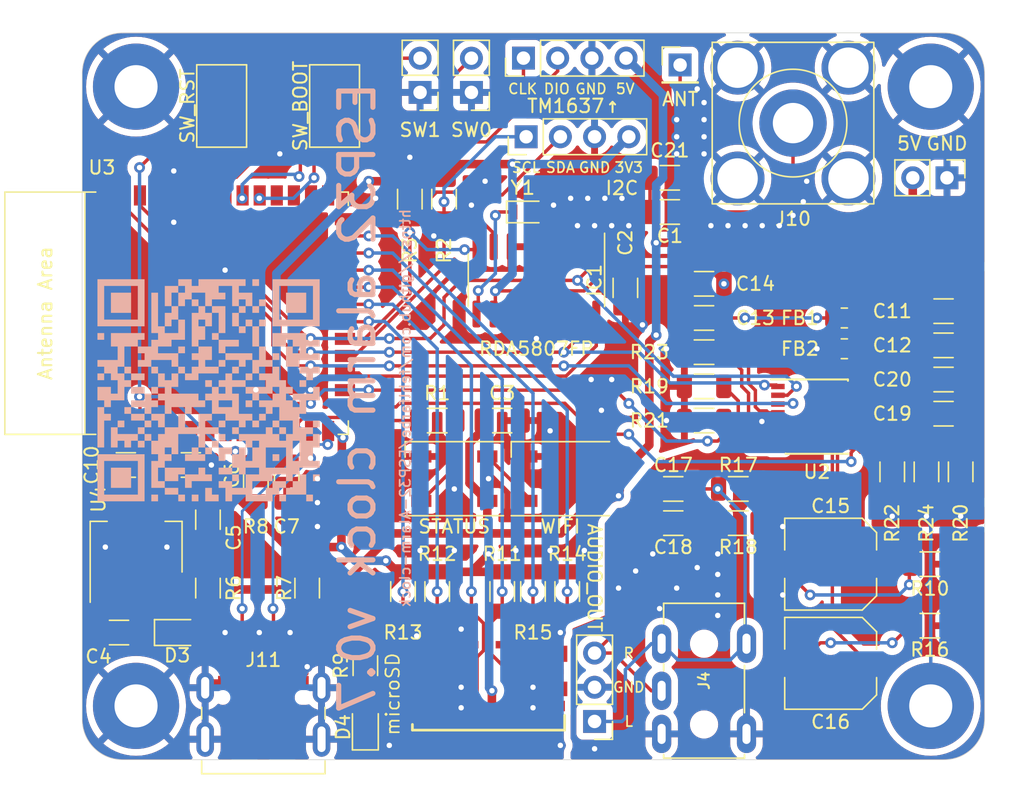
<source format=kicad_pcb>
(kicad_pcb (version 20240108) (generator "pcbnew") (generator_version "8.0")
  (title_block (title "ESP32-Alarm-clock") (date "2020-11-21") (rev "v0.2") (comment 4 "https://github.com/fehlfarbe/ESP32-Alarm-clock"))
  (layers (0 "F.Cu" signal) (31 "B.Cu" signal) (34 "B.Paste" user) (35 "F.Paste" user) (36 "B.SilkS" user "B.Silkscreen") (37 "F.SilkS" user "F.Silkscreen") (38 "B.Mask" user) (39 "F.Mask" user) (44 "Edge.Cuts" user))
  (net 0 "")
  (net 1 "GND")
  (net 2 "SW0")
  (net 3 "SW1")
  (net 4 "VCC")
  (net 5 "SDA")
  (net 6 "SCL")
  (net 7 "TM_CLK")
  (net 8 "TM_DIO")
  (net 9 "BOOT")
  (net 10 "+5V")
  (net 11 "SD_CLK")
  (net 12 "SD_CMD")
  (net 13 "Net-(U3-EN)")
  (net 14 "ANT")
  (net 15 "STATUS_DATA")
  (net 16 "Net-(D1-DOUT)")
  (net 17 "I2S_LRC")
  (net 18 "I2S_DIN")
  (net 19 "I2S_BCLK")
  (net 20 "Net-(D1-DIN)")
  (net 22 "I2S_MUTE")
  (net 23 "Net-(D3-A)")
  (net 24 "Net-(D4-A)")
  (net 25 "I2S_RADIO_DOUT")
  (net 26 "Net-(IC1-RCLK)")
  (net 29 "Net-(U2-VDDA)")
  (net 30 "GNDA")
  (net 31 "SD_D2")
  (net 32 "SD_D3")
  (net 33 "SD_D0")
  (net 34 "SD_D1")
  (net 36 "Net-(J11-CC1)")
  (net 38 "Net-(J11-CC2)")
  (net 40 "USB_D-")
  (net 41 "USB_D+")
  (net 42 "Net-(U2-VOUTL)")
  (net 43 "Net-(C15-Pad2)")
  (net 44 "Net-(U2-VOUTR)")
  (net 45 "Net-(C16-Pad2)")
  (net 46 "OUT_L")
  (net 47 "OUT_R")
  (net 54 "Net-(U2-Vref(DAC))")
  (net 57 "UART_RX")
  (net 58 "UART_TX")
  (net 62 "Net-(U2-SFOR1)")
  (net 63 "Net-(U2-SFOR0)")
  (net 64 "I2S_DEEM")
  (net 65 "Net-(U2-SYSCLK{slash}PLL1)")
  (net 66 "Net-(U2-PLL0)")
  (net 67 "Net-(J10-In)")
  (net 68 "Net-(J9-Pin_1)")
  (net 69 "unconnected-(U3-GPIO45-Pad26)")
  (footprint "LED_SMD:LED_WS2812B_PLCC4_5.0x5.0mm_P3.2mm" (layer "F.Cu") (at 71.628 87.122 180)
    (property "Reference" "D1" (hide yes))
    (property "Value" "WS2812B")
  )
  (footprint "Capacitor_SMD:C_1206_3216Metric" (layer "F.Cu") (at 87.63 67.31)
    (property "Reference" "C1")
    (property "Value" "1nF")
  )
  (footprint "Connector_PinHeader_2.54mm:PinHeader_1x02_P2.54mm_Vertical" (layer "F.Cu") (at 69.088 58.425 180)
    (property "Reference" "J3" (hide yes))
    (property "Value" "SW1")
  )
  (footprint "Connector_PinHeader_2.54mm:PinHeader_1x04_P2.54mm_Vertical" (layer "F.Cu") (at 76.962 61.722 90)
    (property "Reference" "J5" (hide yes))
    (property "Value" "I2C")
  )
  (footprint "Connector_PinHeader_2.54mm:PinHeader_1x04_P2.54mm_Vertical" (layer "F.Cu") (at 76.7615 55.88 90)
    (property "Reference" "J6" (hide yes))
    (property "Value" "TM1637")
  )
  (footprint "pcb:105162-0001" (layer "F.Cu") (at 74.168 99.349716)
    (property "Reference" "J7")
    (property "Value" "microSD")
  )
  (footprint "Connector_PinHeader_2.54mm:PinHeader_1x02_P2.54mm_Vertical" (layer "F.Cu") (at 72.898 58.425 180)
    (property "Reference" "J2" (hide yes))
    (property "Value" "SW0")
  )
  (footprint "Connector_PinHeader_2.54mm:PinHeader_1x01_P2.54mm_Vertical" (layer "F.Cu") (at 88.392 56.388)
    (property "Reference" "J9" (hide yes))
    (property "Value" "ANT")
  )
  (footprint "Resistor_SMD:R_1206_3216Metric" (layer "F.Cu") (at 70.358 82.804)
    (property "Reference" "R1")
    (property "Value" "500")
  )
  (footprint "Connector_PinHeader_2.54mm:PinHeader_1x03_P2.54mm_Vertical" (layer "F.Cu") (at 82.042 105.156 180)
    (property "Reference" "J1" (hide yes))
    (property "Value" "AUDIO")
  )
  (footprint "Connector_PinHeader_2.54mm:PinHeader_1x02_P2.54mm_Vertical" (layer "F.Cu") (at 108.204 64.77 -90)
    (property "Reference" "J8" (hide yes))
    (property "Value" "5V")
  )
  (footprint "Resistor_SMD:R_1206_3216Metric" (layer "F.Cu") (at 106.934 93.472 180)
    (property "Reference" "R10")
    (property "Value" "220k")
  )
  (footprint "Connector_USB:USB_C_Receptacle_JAE_DX07S016JA1R1500" (layer "F.Cu") (at 57.452 105.328)
    (property "Reference" "J11")
    (property "Value" "USB_C_Receptacle_USB2.0")
  )
  (footprint "MountingHole:MountingHole_3.2mm_M3_Pad" (layer "F.Cu") (at 48 104)
    (property "Reference" "H2" (hide yes))
    (property "Value" "MountingHole_Pad")
  )
  (footprint "Resistor_SMD:R_1206_3216Metric" (layer "F.Cu") (at 67.818 95.504 90)
    (property "Reference" "R13")
    (property "Value" "10k")
  )
  (footprint "Resistor_SMD:R_1206_3216Metric" (layer "F.Cu") (at 75.184 95.504 90)
    (property "Reference" "R11")
    (property "Value" "10k")
  )
  (footprint "MountingHole:MountingHole_3.2mm_M3_Pad" (layer "F.Cu") (at 107 58)
    (property "Reference" "H4" (hide yes))
    (property "Value" "MountingHole_Pad")
  )
  (footprint "Capacitor_SMD:C_1206_3216Metric" (layer "F.Cu") (at 90.17 75.184 180)
    (property "Reference" "C13")
    (property "Value" "0.1uF")
  )
  (footprint "Resistor_SMD:R_0805_2012Metric" (layer "F.Cu") (at 100.584 75.184 180)
    (property "Reference" "FB2")
    (property "Value" "FerriteBead_Small")
  )
  (footprint "Button_Switch_SMD:SW_SPST_CK_RS282G05A3" (layer "F.Cu") (at 62.738 59.436 90)
    (property "Reference" "SW2")
    (property "Value" "SW_BOOT")
  )
  (footprint "Capacitor_SMD:C_1206_3216Metric" (layer "F.Cu") (at 107.95 77.216)
    (property "Reference" "C12")
    (property "Value" "10uF")
  )
  (footprint "PCM_Espressif:ESP32-S3-WROOM-1" (layer "F.Cu") (at 54.01 74.83 90)
    (property "Reference" "U3")
    (property "Value" "ESP32-S3-WROOM-1")
  )
  (footprint "Capacitor_SMD:C_1206_3216Metric" (layer "F.Cu") (at 87.63 64.77 180)
    (property "Reference" "C21")
    (property "Value" "1nF")
  )
  (footprint "Resistor_SMD:R_1206_3216Metric" (layer "F.Cu") (at 106.934 98.044)
    (property "Reference" "R16")
    (property "Value" "220k")
  )
  (footprint "Resistor_SMD:R_1206_3216Metric" (layer "F.Cu") (at 56.896 87.376 90)
    (property "Reference" "R8")
    (property "Value" "10k")
  )
  (footprint "Capacitor_SMD:C_1206_3216Metric" (layer "F.Cu") (at 46.736 98.552)
    (property "Reference" "C4")
    (property "Value" "10uF")
  )
  (footprint "Resistor_SMD:R_1206_3216Metric" (layer "F.Cu") (at 90.17 82.804)
    (property "Reference" "R21")
    (property "Value" "10k")
  )
  (footprint "LED_SMD:LED_0805_2012Metric" (layer "F.Cu") (at 65.024 105.5855 90)
    (property "Reference" "D4")
    (property "Value" "PWR")
  )
  (footprint "Capacitor_SMD:C_1206_3216Metric" (layer "F.Cu") (at 107.95 79.756 180)
    (property "Reference" "C20")
    (property "Value" "10uF")
  )
  (footprint "Resistor_SMD:R_1206_3216Metric" (layer "F.Cu") (at 90.17 77.724)
    (property "Reference" "R23")
    (property "Value" "10k")
  )
  (footprint "Resistor_SMD:R_1206_3216Metric" (layer "F.Cu") (at 106.68 86.614 90)
    (property "Reference" "R24")
    (property "Value" "10k")
  )
  (footprint "Package_TO_SOT_SMD:SOT-223-3_TabPin2" (layer "F.Cu") (at 48.006 92.202 90)
    (property "Reference" "U4")
    (property "Value" "AMS1117-3.3")
  )
  (footprint "Resistor_SMD:R_1206_3216Metric" (layer "F.Cu") (at 70.358 95.504 90)
    (property "Reference" "R12")
    (property "Value" "10k")
  )
  (footprint "Resistor_SMD:R_1206_3216Metric" (layer "F.Cu") (at 109.22 86.614 90)
    (property "Reference" "R20")
    (property "Value" "10k")
  )
  (footprint "Resistor_SMD:R_1206_3216Metric" (layer "F.Cu") (at 70.866 66.3555 90)
    (property "Reference" "R2")
    (property "Value" "10k")
  )
  (footprint "Resistor_SMD:R_1206_3216Metric" (layer "F.Cu") (at 90.17 80.264)
    (property "Reference" "R19")
    (property "Value" "10k")
  )
  (footprint "Resistor_SMD:R_1206_3216Metric" (layer "F.Cu") (at 77.47 95.504 90)
    (property "Reference" "R15")
    (property "Value" "10k")
  )
  (footprint "Resistor_SMD:R_1206_3216Metric" (layer "F.Cu") (at 92.71 87.884 180)
    (property "Reference" "R17")
    (property "Value" "100")
  )
  (footprint "Capacitor_SMD:C_1206_3216Metric" (layer "F.Cu") (at 59.182 87.376 90)
    (property "Reference" "C7")
    (property "Value" "1uF")
  )
  (footprint "footprints:PJ-313" (layer "F.Cu") (at 90.17 102.129945 90)
    (property "Reference" "J4")
    (property "Value" "AudioJack3")
  )
  (footprint "Capacitor_SMD:C_Elec_6.3x5.4" (layer "F.Cu") (at 99.568 93.472 180)
    (property "Reference" "C15")
    (property "Value" "47uF")
  )
  (footprint "Capacitor_SMD:C_1206_3216Metric" (layer "F.Cu") (at 47.244 86.106)
    (property "Reference" "C10")
    (property "Value" "0.1uF")
  )
  (footprint "Button_Switch_SMD:SW_SPST_CK_RS282G05A3" (layer "F.Cu") (at 54.356 59.436 90)
    (property "Reference" "SW1")
    (property "Value" "SW_RST")
  )
  (footprint "Package_SO:SSOP-16_4.4x5.2mm_P0.65mm" (layer "F.Cu") (at 98.552 82.55)
    (property "Reference" "U2")
    (property "Value" "UDA1334ATS")
  )
  (footprint "Capacitor_SMD:C_1206_3216Metric" (layer "F.Cu") (at 107.95 74.676)
    (property "Reference" "C11")
    (property "Value" "0.1uF")
  )
  (footprint "Package_SO:SOP-16_3.9x9.9mm_P1.27mm" (layer "F.Cu") (at 77.724 72.39 -90)
    (property "Reference" "IC1")
    (property "Value" "RDA5807FP")
  )
  (footprint "Capacitor_SMD:C_1206_3216Metric" (layer "F.Cu") (at 75.184 82.804 180)
    (property "Reference" "C3")
    (property "Value" "10uF")
  )
  (footprint "Resistor_SMD:R_0805_2012Metric" (layer "F.Cu") (at 100.584 77.47)
    (property "Reference" "FB1")
    (property "Value" "FerriteBead_Small")
  )
  (footprint "Resistor_SMD:R_1206_3216Metric" (layer "F.Cu") (at 104.14 86.614 90)
    (property "Reference" "R22")
    (property "Value" "10k")
  )
  (footprint "Resistor_SMD:R_1206_3216Metric" (layer "F.Cu") (at 60.706 95.25 -90)
    (property "Reference" "R7")
    (property "Value" "5k1")
  )
  (footprint "Capacitor_SMD:C_1206_3216Metric" (layer "F.Cu") (at 107.95 82.296 180)
    (property "Reference" "C19")
    (property "Value" "0.1uF")
  )
  (footprint "Resistor_SMD:R_1206_3216Metric" (layer "F.Cu") (at 68.326 66.3555 90)
    (property "Reference" "R3")
    (property "Value" "10k")
  )
  (footprint "Diode_SMD:D_0805_2012Metric" (layer "F.Cu") (at 51.054 98.552)
    (property "Reference" "D3")
    (property "Value" "D_Schottky")
  )
  (footprint "Capacitor_SMD:C_1206_3216Metric" (layer "F.Cu") (at 87.884 90.424)
    (property "Reference" "C18")
    (property "Value" "0.01uF")
  )
  (footprint "Capacitor_SMD:C_Elec_6.3x5.4" (layer "F.Cu") (at 99.568 100.838 180)
    (property "Reference" "C16")
    (property "Value" "47uF")
  )
  (footprint "LED_SMD:LED_WS2812B_PLCC4_5.0x5.0mm_P3.2mm" (layer "F.Cu") (at 79.502 87.122 180)
    (property "Reference" "D2" (hide yes))
    (property "Value" "WS2812B")
  )
  (footprint "Capacitor_SMD:C_1206_3216Metric" (layer "F.Cu") (at 53.34 90.17 90)
    (property "Reference" "C5")
    (property "Value" "10uF")
  )
  (footprint "Resistor_SMD:R_1206_3216Metric" (layer "F.Cu") (at 53.34 95.25 -90)
    (property "Reference" "R6")
    (property "Value" "5k1")
  )
  (footprint "Capacitor_SMD:C_1206_3216Metric" (layer "F.Cu") (at 52.07 86.106 180)
    (property "Reference" "C6")
    (property "Value" "22uF")
  )
  (footprint "Resistor_SMD:R_1206_3216Metric" (layer "F.Cu") (at 80.01 95.504 90)
    (property "Reference" "R14")
    (property "Value" "10k")
  )
  (footprint "Capacitor_SMD:C_1206_3216Metric" (layer "F.Cu") (at 87.884 87.884 180)
    (property "Reference" "C17")
    (property "Value" "0.01uF")
  )
  (footprint "MountingHole:MountingHole_3.2mm_M3_Pad" (layer "F.Cu") (at 107 104)
    (property "Reference" "H3" (hide yes))
    (property "Value" "MountingHole_Pad")
  )
  (footprint "Connector:F_Sat_Connector" (layer "F.Cu") (at 96.774 60.706)
    (property "Reference" "J10")
    (property "Value" "Conn_Coaxial")
  )
  (footprint "MountingHole:MountingHole_3.2mm_M3_Pad" (layer "F.Cu") (at 48 58)
    (property "Reference" "H1" (hide yes))
    (property "Value" "MountingHole_Pad")
  )
  (footprint "Capacitor_SMD:C_1206_3216Metric" (layer "F.Cu") (at 90.17 72.644 180)
    (property "Reference" "C14")
    (property "Value" "10uF")
  )
  (footprint "Crystal:Crystal_SMD_2012-2Pin_2.0x1.2mm" (layer "F.Cu") (at 76.708 67.31)
    (property "Reference" "Y1")
    (property "Value" "Crystal")
  )
  (footprint "Resistor_SMD:R_1206_3216Metric" (layer "F.Cu") (at 65.024 101.0135 90)
    (property "Reference" "R9")
    (property "Value" "680")
  )
  (footprint "Capacitor_SMD:C_1206_3216Metric" (layer "F.Cu") (at 84.328 72.947 -90)
    (property "Reference" "C2")
    (property "Value" "22nF")
  )
  (footprint "Resistor_SMD:R_1206_3216Metric" (layer "F.Cu") (at 92.71 90.424 180)
    (property "Reference" "R18")
    (property "Value" "100")
  )
  (gr_poly (pts (xy 50.134 79.804) (xy 50.634 79.804) (xy 50.634 79.304) (xy 51.134 79.304) (xy 51.134 79.804) (xy 51.134 80.304) (xy 50.634 80.304) (xy 50.634 80.804) (xy 51.134 80.804) (xy 51.634 80.804) (xy 52.134 80.804) (xy 52.634 80.804) (xy 52.634 81.304) (xy 53.134 81.304) (xy 53.134 80.804) (xy 53.634 80.804) (xy 53.634 80.304) (xy 54.134 80.304) (xy 54.134 80.804) (xy 54.634 80.804) (xy 54.634 80.304) (xy 54.134 80.304) (xy 54.134 79.804) (xy 54.634 79.804) (xy 54.634 79.304) (xy 55.134 79.304) (xy 55.134 79.804) (xy 55.634 79.804) (xy 56.134 79.804) (xy 56.134 80.304) (xy 55.634 80.304) (xy 55.134 80.304) (xy 55.134 80.804) (xy 55.634 80.804) (xy 55.634 81.304) (xy 55.634 81.804) (xy 55.634 82.304) (xy 56.134 82.304) (xy 56.634 82.304) (xy 56.634 82.804) (xy 56.134 82.804) (xy 56.134 83.304) (xy 55.634 83.304) (xy 55.634 82.804) (xy 55.134 82.804) (xy 54.634 82.804) (xy 54.634 82.304) (xy 54.134 82.304) (xy 53.634 82.304) (xy 53.634 81.804) (xy 53.634 81.304) (xy 54.134 81.304) (xy 54.134 81.804) (xy 54.634 81.804) (xy 55.134 81.804) (xy 55.134 81.304) (xy 54.634 81.304) (xy 54.134 81.304) (xy 53.634 81.304) (xy 53.134 81.304) (xy 53.134 81.804) (xy 52.634 81.804) (xy 52.134 81.804) (xy 52.134 82.304) (xy 51.634 82.304) (xy 51.634 81.804) (xy 51.134 81.804) (xy 50.634 81.804) (xy 50.634 82.304) (xy 50.134 82.304) (xy 50.134 81.804) (xy 50.134 81.304) (xy 49.634 81.304) (xy 49.634 81.804) (xy 49.134 81.804) (xy 49.134 82.304) (xy 48.634 82.304) (xy 48.634 81.804) (xy 48.134 81.804) (xy 47.634 81.804) (xy 47.634 81.304) (xy 48.134 81.304) (xy 48.634 81.304) (xy 48.634 80.804) (xy 49.134 80.804) (xy 49.134 81.304) (xy 49.634 81.304) (xy 49.634 80.804) (xy 50.134 80.804) (xy 50.134 80.304) (xy 49.634 80.304) (xy 49.634 79.804) (xy 49.634 79.304) (xy 50.134 79.304)) (fill solid) (layer "B.SilkS"))
  (gr_poly (pts (xy 56.134 74.804) (xy 55.634 74.804) (xy 55.634 74.304) (xy 56.134 74.304)) (fill solid) (layer "B.SilkS"))
  (gr_poly (pts (xy 51.634 86.804) (xy 51.134 86.804) (xy 51.134 87.304) (xy 50.634 87.304) (xy 50.134 87.304) (xy 50.134 86.804) (xy 50.134 86.304) (xy 50.634 86.304) (xy 51.134 86.304) (xy 51.634 86.304)) (fill solid) (layer "B.SilkS"))
  (gr_poly (pts (xy 47.634 82.304) (xy 47.134 82.304) (xy 47.134 81.804) (xy 47.634 81.804)) (fill solid) (layer "B.SilkS"))
  (gr_poly (pts (xy 52.634 74.304) (xy 52.134 74.304) (xy 52.134 73.804) (xy 52.634 73.804)) (fill solid) (layer "B.SilkS"))
  (gr_poly (pts (xy 49.634 73.804) (xy 49.634 74.304) (xy 49.634 74.804) (xy 49.634 75.304) (xy 49.634 75.804) (xy 50.134 75.804) (xy 50.134 76.304) (xy 51.134 76.304) (xy 51.134 75.804) (xy 51.134 75.304) (xy 51.634 75.304) (xy 51.634 75.804) (xy 51.634 76.304) (xy 51.634 76.804) (xy 51.134 76.804) (xy 50.634 76.804) (xy 50.634 77.304) (xy 50.134 77.304) (xy 49.634 77.304) (xy 49.634 77.804) (xy 50.134 77.804) (xy 50.634 77.804) (xy 51.134 77.804) (xy 51.134 78.304) (xy 51.134 78.804) (xy 50.634 78.804) (xy 50.634 78.304) (xy 50.134 78.304) (xy 49.634 78.304) (xy 49.134 78.304) (xy 49.134 78.804) (xy 48.634 78.804) (xy 48.134 78.804) (xy 48.134 78.304) (xy 48.634 78.304) (xy 48.634 77.804) (xy 48.134 77.804) (xy 48.134 77.304) (xy 48.634 77.304) (xy 49.134 77.304) (xy 49.134 76.804) (xy 49.634 76.804) (xy 49.634 76.304) (xy 49.134 76.304) (xy 49.134 75.804) (xy 49.134 75.304) (xy 49.134 74.804) (xy 49.134 74.304) (xy 49.134 73.804) (xy 49.134 73.304) (xy 49.634 73.304)) (fill solid) (layer "B.SilkS"))
  (gr_poly (pts (xy 48.634 85.804) (xy 48.634 86.304) (xy 48.634 86.804) (xy 48.634 87.304) (xy 48.634 87.804) (xy 48.634 88.304) (xy 48.634 88.804) (xy 48.134 88.804) (xy 47.634 88.804) (xy 47.134 88.804) (xy 46.634 88.804) (xy 46.134 88.804) (xy 45.634 88.804) (xy 45.134 88.804) (xy 45.134 88.304) (xy 45.134 87.804) (xy 45.134 87.304) (xy 45.134 86.804) (xy 45.134 86.304) (xy 45.134 85.804) (xy 45.634 85.804) (xy 45.634 86.304) (xy 45.634 86.804) (xy 45.634 87.304) (xy 45.634 87.804) (xy 45.634 88.304) (xy 46.134 88.304) (xy 46.634 88.304) (xy 47.134 88.304) (xy 47.634 88.304) (xy 48.134 88.304) (xy 48.134 87.804) (xy 48.134 87.304) (xy 48.134 86.804) (xy 48.134 86.304) (xy 48.134 85.804) (xy 47.634 85.804) (xy 47.134 85.804) (xy 46.634 85.804) (xy 46.134 85.804) (xy 45.634 85.804) (xy 45.134 85.804) (xy 45.134 85.304) (xy 45.634 85.304) (xy 46.134 85.304) (xy 46.634 85.304) (xy 47.134 85.304) (xy 47.634 85.304) (xy 48.134 85.304) (xy 48.634 85.304)) (fill solid) (layer "B.SilkS"))
  (gr_poly (pts (xy 59.134 83.804) (xy 58.634 83.804) (xy 58.634 83.304) (xy 59.134 83.304)) (fill solid) (layer "B.SilkS"))
  (gr_poly (pts (xy 57.134 72.804) (xy 56.634 72.804) (xy 56.634 72.304) (xy 57.134 72.304)) (fill solid) (layer "B.SilkS"))
  (gr_poly (pts (xy 53.634 88.304) (xy 54.134 88.304) (xy 54.134 88.804) (xy 53.634 88.804) (xy 53.134 88.804) (xy 53.134 88.304) (xy 53.134 87.804) (xy 53.634 87.804)) (fill solid) (layer "B.SilkS"))
  (gr_poly (pts (xy 53.634 85.304) (xy 53.134 85.304) (xy 53.134 84.804) (xy 53.634 84.804)) (fill solid) (layer "B.SilkS"))
  (gr_poly (pts (xy 60.634 73.804) (xy 60.634 74.304) (xy 60.634 74.804) (xy 60.134 74.804) (xy 59.634 74.804) (xy 59.134 74.804) (xy 59.134 74.304) (xy 59.134 73.804) (xy 59.134 73.304) (xy 59.634 73.304) (xy 60.134 73.304) (xy 60.634 73.304)) (fill solid) (layer "B.SilkS"))
  (gr_poly (pts (xy 52.634 85.304) (xy 53.134 85.304) (xy 53.134 85.804) (xy 52.634 85.804) (xy 52.134 85.804) (xy 51.634 85.804) (xy 51.634 85.304) (xy 52.134 85.304) (xy 52.134 84.804) (xy 52.634 84.804)) (fill solid) (layer "B.SilkS"))
  (gr_poly (pts (xy 59.134 88.804) (xy 58.634 88.804) (xy 58.634 88.304) (xy 59.134 88.304)) (fill solid) (layer "B.SilkS"))
  (gr_poly (pts (xy 54.634 78.804) (xy 54.134 78.804) (xy 54.134 78.304) (xy 54.634 78.304)) (fill solid) (layer "B.SilkS"))
  (gr_poly (pts (xy 56.634 75.804) (xy 56.134 75.804) (xy 56.134 75.304) (xy 56.634 75.304)) (fill solid) (layer "B.SilkS"))
  (gr_poly (pts (xy 48.634 83.804) (xy 48.134 83.804) (xy 48.134 83.304) (xy 48.634 83.304)) (fill solid) (layer "B.SilkS"))
  (gr_poly (pts (xy 57.134 76.304) (xy 57.134 76.804) (xy 57.134 77.304) (xy 56.634 77.304) (xy 56.634 76.804) (xy 56.634 76.304) (xy 56.634 75.804) (xy 57.134 75.804)) (fill solid) (layer "B.SilkS"))
  (gr_poly (pts (xy 48.634 72.804) (xy 48.634 73.304) (xy 48.634 73.804) (xy 48.634 74.304) (xy 48.634 74.804) (xy 48.634 75.304) (xy 48.634 75.804) (xy 48.134 75.804) (xy 47.634 75.804) (xy 47.134 75.804) (xy 46.634 75.804) (xy 46.134 75.804) (xy 45.634 75.804) (xy 45.134 75.804) (xy 45.134 75.304) (xy 45.134 74.804) (xy 45.134 74.304) (xy 45.134 73.804) (xy 45.134 73.304) (xy 45.134 72.804) (xy 45.634 72.804) (xy 45.634 73.304) (xy 45.634 73.804) (xy 45.634 74.304) (xy 45.634 74.804) (xy 45.634 75.304) (xy 46.134 75.304) (xy 46.634 75.304) (xy 47.134 75.304) (xy 47.634 75.304) (xy 48.134 75.304) (xy 48.134 74.804) (xy 48.134 74.304) (xy 48.134 73.804) (xy 48.134 73.304) (xy 48.134 72.804) (xy 47.634 72.804) (xy 47.134 72.804) (xy 46.634 72.804) (xy 46.134 72.804) (xy 45.634 72.804) (xy 45.134 72.804) (xy 45.134 72.304) (xy 45.634 72.304) (xy 46.134 72.304) (xy 46.634 72.304) (xy 47.134 72.304) (xy 47.634 72.304) (xy 48.134 72.304) (xy 48.634 72.304)) (fill solid) (layer "B.SilkS"))
  (gr_poly (pts (xy 47.634 73.804) (xy 47.634 74.304) (xy 47.634 74.804) (xy 47.134 74.804) (xy 46.634 74.804) (xy 46.134 74.804) (xy 46.134 74.304) (xy 46.134 73.804) (xy 46.134 73.304) (xy 46.634 73.304) (xy 47.134 73.304) (xy 47.634 73.304)) (fill solid) (layer "B.SilkS"))
  (gr_poly (pts (xy 58.634 78.304) (xy 58.134 78.304) (xy 58.134 77.804) (xy 58.634 77.804)) (fill solid) (layer "B.SilkS"))
  (gr_poly (pts (xy 57.634 77.804) (xy 57.634 78.304) (xy 58.134 78.304) (xy 58.134 78.804) (xy 57.634 78.804) (xy 57.134 78.804) (xy 57.134 79.304) (xy 56.634 79.304) (xy 56.634 78.804) (xy 56.634 78.304) (xy 57.134 78.304) (xy 57.134 77.804) (xy 57.134 77.304) (xy 57.634 77.304)) (fill solid) (layer "B.SilkS"))
  (gr_poly (pts (xy 55.634 79.304) (xy 55.134 79.304) (xy 55.134 78.804) (xy 55.634 78.804)) (fill solid) (layer "B.SilkS"))
  (gr_poly (pts (xy 50.134 82.804) (xy 50.134 83.304) (xy 49.634 83.304) (xy 49.634 82.804) (xy 49.134 82.804) (xy 49.134 82.304) (xy 49.634 82.304) (xy 50.134 82.304)) (fill solid) (layer "B.SilkS"))
  (gr_poly (pts (xy 47.634 86.804) (xy 47.634 87.304) (xy 47.634 87.804) (xy 47.134 87.804) (xy 46.634 87.804) (xy 46.134 87.804) (xy 46.134 87.304) (xy 46.134 86.804) (xy 46.134 86.304) (xy 46.634 86.304) (xy 47.134 86.304) (xy 47.634 86.304)) (fill solid) (layer "B.SilkS"))
  (gr_poly (pts (xy 61.134 88.804) (xy 60.634 88.804) (xy 60.634 88.304) (xy 61.134 88.304)) (fill solid) (layer "B.SilkS"))
  (gr_poly (pts (xy 48.634 76.804) (xy 48.134 76.804) (xy 48.134 77.304) (xy 47.634 77.304) (xy 47.134 77.304) (xy 47.134 77.804) (xy 47.134 78.304) (xy 47.134 78.804) (xy 46.634 78.804) (xy 46.634 79.304) (xy 47.134 79.304) (xy 47.134 79.804) (xy 47.634 79.804) (xy 47.634 80.304) (xy 47.134 80.304) (xy 47.134 80.804) (xy 47.134 81.304) (xy 46.634 81.304) (xy 46.134 81.304) (xy 46.134 81.804) (xy 45.634 81.804) (xy 45.634 81.304) (xy 45.134 81.304) (xy 45.134 80.804) (xy 45.134 80.304) (xy 45.634 80.304) (xy 46.134 80.304) (xy 46.134 80.804) (xy 46.634 80.804) (xy 46.634 80.304) (xy 46.634 79.804) (xy 46.134 79.804) (xy 46.134 79.304) (xy 45.634 79.304) (xy 45.634 78.804) (xy 45.134 78.804) (xy 45.134 78.304) (xy 45.634 78.304) (xy 46.134 78.304) (xy 46.634 78.304) (xy 46.634 77.804) (xy 46.634 77.304) (xy 46.134 77.304) (xy 46.134 76.804) (xy 46.134 76.304) (xy 46.634 76.304) (xy 47.134 76.304) (xy 47.634 76.304) (xy 48.134 76.304) (xy 48.634 76.304)) (fill solid) (layer "B.SilkS"))
  (gr_poly (pts (xy 56.634 81.804) (xy 56.134 81.804) (xy 56.134 81.304) (xy 56.634 81.304)) (fill solid) (layer "B.SilkS"))
  (gr_poly (pts (xy 47.134 83.304) (xy 46.634 83.304) (xy 46.634 82.804) (xy 47.134 82.804)) (fill solid) (layer "B.SilkS"))
  (gr_poly (pts (xy 51.134 88.304) (xy 50.634 88.304) (xy 50.134 88.304) (xy 50.134 87.804) (xy 50.634 87.804) (xy 51.134 87.804)) (fill solid) (layer "B.SilkS"))
  (gr_poly (pts (xy 45.634 79.804) (xy 45.134 79.804) (xy 45.134 79.304) (xy 45.634 79.304)) (fill solid) (layer "B.SilkS"))
  (gr_poly (pts (xy 61.634 79.304) (xy 61.134 79.304) (xy 61.134 79.804) (xy 60.634 79.804) (xy 60.634 79.304) (xy 60.134 79.304) (xy 60.134 78.804) (xy 60.634 78.804) (xy 61.134 78.804) (xy 61.634 78.804)) (fill solid) (layer "B.SilkS"))
  (gr_poly (pts (xy 51.634 82.804) (xy 51.634 83.304) (xy 52.134 83.304) (xy 52.634 83.304) (xy 52.634 82.804) (xy 52.634 82.304) (xy 53.134 82.304) (xy 53.634 82.304) (xy 53.634 82.804) (xy 53.134 82.804) (xy 53.134 83.304) (xy 53.634 83.304) (xy 54.134 83.304) (xy 54.134 83.804) (xy 53.634 83.804) (xy 53.134 83.804) (xy 53.134 84.304) (xy 53.134 84.804) (xy 52.634 84.804) (xy 52.634 84.304) (xy 52.634 83.804) (xy 52.134 83.804) (xy 51.634 83.804) (xy 51.134 83.804) (xy 51.134 84.304) (xy 51.134 84.804) (xy 51.134 85.304) (xy 50.634 85.304) (xy 50.634 85.804) (xy 50.134 85.804) (xy 50.134 86.304) (xy 49.634 86.304) (xy 49.634 86.804) (xy 49.634 87.304) (xy 50.134 87.304) (xy 50.134 87.804) (xy 49.634 87.804) (xy 49.134 87.804) (xy 49.134 87.304) (xy 49.134 86.804) (xy 49.134 86.304) (xy 49.134 85.804) (xy 49.634 85.804) (xy 49.634 85.304) (xy 49.134 85.304) (xy 49.134 84.804) (xy 50.134 84.804) (xy 50.134 85.304) (xy 50.634 85.304) (xy 50.634 84.804) (xy 50.134 84.804) (xy 49.134 84.804) (xy 49.134 84.304) (xy 49.634 84.304) (xy 49.634 83.804) (xy 50.134 83.804) (xy 50.134 83.304) (xy 50.634 83.304) (xy 51.134 83.304) (xy 51.134 82.804) (xy 51.134 82.304) (xy 51.634 82.304)) (fill solid) (layer "B.SilkS"))
  (gr_poly (pts (xy 57.134 74.804) (xy 56.634 74.804) (xy 56.634 74.304) (xy 57.134 74.304)) (fill solid) (layer "B.SilkS"))
  (gr_poly (pts (xy 55.134 86.804) (xy 54.634 86.804) (xy 54.134 86.804) (xy 54.134 86.304) (xy 54.634 86.304) (xy 55.134 86.304)) (fill solid) (layer "B.SilkS"))
  (gr_poly (pts (xy 47.634 79.304) (xy 47.134 79.304) (xy 47.134 78.804) (xy 47.634 78.804)) (fill solid) (layer "B.SilkS"))
  (gr_poly (pts (xy 45.634 76.804) (xy 45.134 76.804) (xy 45.134 76.304) (xy 45.634 76.304)) (fill solid) (layer "B.SilkS"))
  (gr_poly (pts (xy 55.634 77.304) (xy 55.134 77.304) (xy 54.634 77.304) (xy 54.634 77.804) (xy 54.134 77.804) (xy 54.134 77.304) (xy 54.134 76.804) (xy 54.634 76.804) (xy 55.134 76.804) (xy 55.634 76.804)) (fill solid) (layer "B.SilkS"))
  (gr_poly (pts (xy 49.634 88.804) (xy 49.134 88.804) (xy 49.134 88.304) (xy 49.634 88.304)) (fill solid) (layer "B.SilkS"))
  (gr_poly (pts (xy 61.634 87.304) (xy 61.134 87.304) (xy 61.134 86.804) (xy 61.634 86.804)) (fill solid) (layer "B.SilkS"))
  (gr_poly (pts (xy 51.634 77.804) (xy 51.134 77.804) (xy 51.134 77.304) (xy 51.634 77.304)) (fill solid) (layer "B.SilkS"))
  (gr_poly (pts (xy 53.634 80.304) (xy 53.134 80.304) (xy 53.134 79.804) (xy 53.634 79.804)) (fill solid) (layer "B.SilkS"))
  (gr_poly (pts (xy 45.634 82.304) (xy 46.134 82.304) (xy 46.134 82.804) (xy 45.634 82.804) (xy 45.634 83.304) (xy 45.634 83.804) (xy 45.634 84.304) (xy 45.634 84.804) (xy 45.134 84.804) (xy 45.134 84.304) (xy 45.134 83.804) (xy 45.134 83.304) (xy 45.134 82.804) (xy 45.134 82.304) (xy 45.134 81.804) (xy 45.634 81.804)) (fill solid) (layer "B.SilkS"))
  (gr_poly (pts (xy 58.634 79.304) (xy 58.634 79.804) (xy 59.134 79.804) (xy 59.134 80.304) (xy 59.634 80.304) (xy 59.634 80.804) (xy 60.134 80.804) (xy 60.634 80.804) (xy 61.134 80.804) (xy 61.134 80.304) (xy 61.634 80.304) (xy 61.634 80.804) (xy 61.634 81.304) (xy 61.134 81.304) (xy 60.634 81.304) (xy 60.634 81.804) (xy 60.634 82.304) (xy 60.134 82.304) (xy 60.134 82.804) (xy 60.134 83.304) (xy 60.634 83.304) (xy 61.134 83.304) (xy 61.134 83.804) (xy 60.634 83.804) (xy 60.634 84.304) (xy 61.134 84.304) (xy 61.134 83.804) (xy 61.634 83.804) (xy 61.634 84.304) (xy 61.634 84.804) (xy 61.134 84.804) (xy 61.134 85.304) (xy 61.134 85.804) (xy 61.634 85.804) (xy 61.634 86.304) (xy 61.134 86.304) (xy 60.634 86.304) (xy 60.134 86.304) (xy 60.134 86.804) (xy 59.634 86.804) (xy 59.634 87.304) (xy 59.134 87.304) (xy 59.134 87.804) (xy 58.634 87.804) (xy 58.634 88.304) (xy 58.134 88.304) (xy 58.134 88.804) (xy 57.634 88.804) (xy 57.134 88.804) (xy 56.634 88.804) (xy 56.134 88.804) (xy 56.134 88.304) (xy 55.634 88.304) (xy 55.134 88.304) (xy 55.134 88.804) (xy 54.634 88.804) (xy 54.634 88.304) (xy 54.634 87.804) (xy 54.134 87.804) (xy 54.134 87.304) (xy 54.634 87.304) (xy 55.134 87.304) (xy 55.134 87.804) (xy 55.634 87.804) (xy 56.134 87.804) (xy 56.134 87.304) (xy 56.634 87.304) (xy 56.634 87.804) (xy 56.634 88.304) (xy 57.134 88.304) (xy 57.634 88.304) (xy 57.634 87.804) (xy 58.134 87.804) (xy 58.134 87.304) (xy 57.634 87.304) (xy 57.134 87.304) (xy 56.634 87.304) (xy 56.134 87.304) (xy 56.134 86.804) (xy 55.634 86.804) (xy 55.634 86.304) (xy 56.134 86.304) (xy 56.134 86.804) (xy 56.634 86.804) (xy 57.134 86.804) (xy 58.134 86.804) (xy 58.134 87.304) (xy 58.634 87.304) (xy 59.134 87.304) (xy 59.134 86.804) (xy 58.634 86.804) (xy 58.134 86.804) (xy 57.134 86.804) (xy 57.134 86.304) (xy 56.634 86.304) (xy 56.134 86.304) (xy 55.634 86.304) (xy 55.134 86.304) (xy 55.134 85.804) (xy 55.134 85.304) (xy 55.634 85.304) (xy 55.634 84.804) (xy 56.134 84.804) (xy 56.134 85.304) (xy 56.134 85.804) (xy 56.634 85.804) (xy 56.634 85.304) (xy 56.634 84.804) (xy 56.134 84.804) (xy 56.134 84.304) (xy 56.634 84.304) (xy 56.634 84.804) (xy 57.134 84.804) (xy 57.634 84.804) (xy 57.634 85.304) (xy 57.634 85.804) (xy 57.634 86.304) (xy 58.134 86.304) (xy 58.634 86.304) (xy 59.134 86.304) (xy 59.134 85.804) (xy 59.134 85.304) (xy 59.134 84.804) (xy 58.634 84.804) (xy 58.134 84.804) (xy 57.634 84.804) (xy 57.134 84.804) (xy 57.134 84.304) (xy 56.634 84.304) (xy 56.134 84.304) (xy 55.634 84.304) (xy 55.634 83.804) (xy 56.134 83.804) (xy 56.634 83.804) (xy 57.134 83.804) (xy 57.634 83.804) (xy 57.634 83.304) (xy 58.134 83.304) (xy 58.134 83.804) (xy 58.634 83.804) (xy 58.634 84.304) (xy 59.134 84.304) (xy 59.634 84.304) (xy 59.634 84.804) (xy 59.634 85.304) (xy 59.634 85.804) (xy 60.134 85.804) (xy 60.134 85.304) (xy 60.134 84.804) (xy 60.134 84.304) (xy 59.634 84.304) (xy 59.134 84.304) (xy 59.134 83.804) (xy 59.634 83.804) (xy 59.634 83.304) (xy 59.634 82.804) (xy 59.134 82.804) (xy 58.634 82.804) (xy 58.634 82.304) (xy 58.634 81.804) (xy 58.134 81.804) (xy 58.134 82.304) (xy 57.634 82.304) (xy 57.634 81.804) (xy 57.134 81.804) (xy 57.134 81.304) (xy 56.634 81.304) (xy 56.634 80.804) (xy 57.134 80.804) (xy 57.134 81.304) (xy 57.634 81.304) (xy 58.134 81.304) (xy 58.134 80.804) (xy 57.634 80.804) (xy 57.134 80.804) (xy 56.634 80.804) (xy 56.134 80.804) (xy 56.134 80.304) (xy 56.634 80.304) (xy 57.134 80.304) (xy 57.634 80.304) (xy 58.134 80.304) (xy 58.134 80.804) (xy 58.634 80.804) (xy 59.134 80.804) (xy 59.134 81.304) (xy 59.634 81.304) (xy 59.634 81.804) (xy 60.134 81.804) (xy 60.134 81.304) (xy 59.634 81.304) (xy 59.634 80.804) (xy 59.134 80.804) (xy 58.634 80.804) (xy 58.634 80.304) (xy 58.134 80.304) (xy 57.634 80.304) (xy 57.634 79.804) (xy 57.134 79.804) (xy 57.134 79.304) (xy 57.634 79.304) (xy 58.134 79.304) (xy 58.134 78.804) (xy 58.634 78.804)) (fill solid) (layer "B.SilkS"))
  (gr_poly (pts (xy 55.634 75.304) (xy 55.634 75.804) (xy 55.134 75.804) (xy 55.134 75.304) (xy 55.134 74.804) (xy 55.634 74.804)) (fill solid) (layer "B.SilkS"))
  (gr_poly (pts (xy 48.634 79.804) (xy 48.134 79.804) (xy 47.634 79.804) (xy 47.634 79.304) (xy 48.134 79.304) (xy 48.634 79.304)) (fill solid) (layer "B.SilkS"))
  (gr_poly (pts (xy 53.134 86.804) (xy 53.634 86.804) (xy 53.634 87.304) (xy 53.134 87.304) (xy 52.634 87.304) (xy 52.134 87.304) (xy 52.134 87.804) (xy 51.634 87.804) (xy 51.634 87.304) (xy 51.634 86.804) (xy 52.134 86.804) (xy 52.634 86.804) (xy 52.634 86.304) (xy 53.134 86.304)) (fill solid) (layer "B.SilkS"))
  (gr_poly (pts (xy 51.134 74.804) (xy 51.134 75.304) (xy 50.634 75.304) (xy 50.634 75.804) (xy 50.134 75.804) (xy 50.134 75.304) (xy 50.134 74.804) (xy 50.634 74.804) (xy 50.634 74.304) (xy 51.134 74.304)) (fill solid) (layer "B.SilkS"))
  (gr_poly (pts (xy 57.134 83.304) (xy 56.634 83.304) (xy 56.634 82.804) (xy 57.134 82.804)) (fill solid) (layer "B.SilkS"))
  (gr_poly (pts (xy 56.634 79.804) (xy 56.134 79.804) (xy 56.134 79.304) (xy 56.634 79.304)) (fill solid) (layer "B.SilkS"))
  (gr_poly (pts (xy 52.134 72.804) (xy 52.634 72.804) (xy 52.634 72.304) (xy 53.134 72.304) (xy 53.634 72.304) (xy 54.134 72.304) (xy 54.634 72.304) (xy 55.134 72.304) (xy 55.634 72.304) (xy 56.134 72.304) (xy 56.134 72.804) (xy 55.634 72.804) (xy 55.634 73.304) (xy 56.134 73.304) (xy 56.634 73.304) (xy 56.634 73.804) (xy 56.634 74.304) (xy 56.134 74.304) (xy 56.134 73.804) (xy 55.634 73.804) (xy 55.634 74.304) (xy 55.134 74.304) (xy 55.134 73.804) (xy 55.134 73.304) (xy 55.134 72.804) (xy 54.634 72.804) (xy 54.134 72.804) (xy 54.134 73.304) (xy 54.634 73.304) (xy 54.634 73.804) (xy 54.134 73.804) (xy 53.634 73.804) (xy 53.634 74.304) (xy 53.134 74.304) (xy 53.134 73.804) (xy 53.134 73.304) (xy 52.634 73.304) (xy 52.134 73.304) (xy 52.134 73.804) (xy 51.634 73.804) (xy 51.634 74.304) (xy 51.134 74.304) (xy 51.134 73.804) (xy 51.134 73.304) (xy 51.634 73.304) (xy 51.634 72.804) (xy 51.134 72.804) (xy 51.134 72.304) (xy 51.634 72.304) (xy 52.134 72.304)) (fill solid) (layer "B.SilkS"))
  (gr_poly (pts (xy 53.634 77.804) (xy 53.634 78.304) (xy 53.134 78.304) (xy 53.134 78.804) (xy 53.634 78.804) (xy 54.134 78.804) (xy 54.134 79.304) (xy 53.634 79.304) (xy 53.134 79.304) (xy 52.634 79.304) (xy 52.634 79.804) (xy 52.134 79.804) (xy 51.634 79.804) (xy 51.634 79.304) (xy 52.134 79.304) (xy 52.134 78.804) (xy 52.634 78.804) (xy 52.634 78.304) (xy 52.134 78.304) (xy 52.134 77.804) (xy 52.634 77.804) (xy 52.634 77.304) (xy 53.134 77.304) (xy 53.634 77.304)) (fill solid) (layer "B.SilkS"))
  (gr_poly (pts (xy 54.134 84.804) (xy 53.634 84.804) (xy 53.634 84.304) (xy 54.134 84.304)) (fill solid) (layer "B.SilkS"))
  (gr_poly (pts (xy 49.634 79.304) (xy 49.134 79.304) (xy 49.134 78.804) (xy 49.634 78.804)) (fill solid) (layer "B.SilkS"))
  (gr_poly (pts (xy 51.134 73.304) (xy 50.634 73.304) (xy 50.634 73.804) (xy 50.634 74.304) (xy 50.134 74.304) (xy 50.134 73.804) (xy 50.134 73.304) (xy 50.134 72.804) (xy 50.634 72.804) (xy 51.134 72.804)) (fill solid) (layer "B.SilkS"))
  (gr_poly (pts (xy 48.634 84.804) (xy 48.134 84.804) (xy 48.134 84.304) (xy 48.634 84.304)) (fill solid) (layer "B.SilkS"))
  (gr_poly (pts (xy 48.634 80.804) (xy 48.134 80.804) (xy 47.634 80.804) (xy 47.634 80.304) (xy 48.134 80.304) (xy 48.634 80.304)) (fill solid) (layer "B.SilkS"))
  (gr_poly (pts (xy 48.634 82.804) (xy 48.134 82.804) (xy 47.634 82.804) (xy 47.634 82.304) (xy 48.134 82.304) (xy 48.634 82.304)) (fill solid) (layer "B.SilkS"))
  (gr_poly (pts (xy 57.634 74.304) (xy 57.134 74.304) (xy 57.134 73.804) (xy 57.634 73.804)) (fill solid) (layer "B.SilkS"))
  (gr_poly (pts (xy 56.134 76.304) (xy 55.634 76.304) (xy 55.634 75.804) (xy 56.134 75.804)) (fill solid) (layer "B.SilkS"))
  (gr_poly (pts (xy 57.634 75.804) (xy 57.134 75.804) (xy 57.134 75.304) (xy 57.634 75.304)) (fill solid) (layer "B.SilkS"))
  (gr_poly (pts (xy 51.634 79.304) (xy 51.134 79.304) (xy 51.134 78.804) (xy 51.634 78.804)) (fill solid) (layer "B.SilkS"))
  (gr_poly (pts (xy 55.634 87.304) (xy 55.134 87.304) (xy 55.134 86.804) (xy 55.634 86.804)) (fill solid) (layer "B.SilkS"))
  (gr_poly (pts (xy 53.134 74.804) (xy 53.634 74.804) (xy 53.634 74.304) (xy 54.134 74.304) (xy 54.634 74.304) (xy 54.634 74.804) (xy 54.634 75.304) (xy 54.634 75.804) (xy 54.634 76.304) (xy 54.134 76.304) (xy 54.134 75.804) (xy 54.134 75.304) (xy 54.134 74.804) (xy 53.634 74.804) (xy 53.634 75.304) (xy 53.634 75.804) (xy 53.134 75.804) (xy 53.134 76.304) (xy 53.134 76.804) (xy 52.634 76.804) (xy 52.634 77.304) (xy 52.134 77.304) (xy 52.134 76.804) (xy 52.134 76.304) (xy 52.134 75.804) (xy 52.134 75.304) (xy 52.634 75.304) (xy 52.634 75.804) (xy 53.134 75.804) (xy 53.134 75.304) (xy 52.634 75.304) (xy 52.134 75.304) (xy 52.134 74.804) (xy 52.634 74.804) (xy 52.634 74.304) (xy 53.134 74.304)) (fill solid) (layer "B.SilkS"))
  (gr_poly (pts (xy 61.634 72.804) (xy 61.634 73.304) (xy 61.634 73.804) (xy 61.634 74.304) (xy 61.634 74.804) (xy 61.634 75.304) (xy 61.634 75.804) (xy 61.134 75.804) (xy 60.634 75.804) (xy 60.134 75.804) (xy 59.634 75.804) (xy 59.134 75.804) (xy 58.634 75.804) (xy 58.134 75.804) (xy 58.134 75.304) (xy 58.134 74.804) (xy 58.134 74.304) (xy 58.134 73.804) (xy 58.134 73.304) (xy 58.134 72.804) (xy 58.634 72.804) (xy 58.634 73.304) (xy 58.634 73.804) (xy 58.634 74.304) (xy 58.634 74.804) (xy 58.634 75.304) (xy 59.134 75.304) (xy 59.634 75.304) (xy 60.134 75.304) (xy 60.634 75.304) (xy 61.134 75.304) (xy 61.134 74.804) (xy 61.134 74.304) (xy 61.134 73.804) (xy 61.134 73.304) (xy 61.134 72.804) (xy 60.634 72.804) (xy 60.134 72.804) (xy 59.634 72.804) (xy 59.134 72.804) (xy 58.634 72.804) (xy 58.134 72.804) (xy 58.134 72.304) (xy 58.634 72.304) (xy 59.134 72.304) (xy 59.634 72.304) (xy 60.134 72.304) (xy 60.634 72.304) (xy 61.134 72.304) (xy 61.634 72.304)) (fill solid) (layer "B.SilkS"))
  (gr_poly (pts (xy 60.634 80.304) (xy 60.134 80.304) (xy 60.134 79.804) (xy 60.634 79.804)) (fill solid) (layer "B.SilkS"))
  (gr_poly (pts (xy 54.634 83.304) (xy 54.134 83.304) (xy 54.134 82.804) (xy 54.634 82.804)) (fill solid) (layer "B.SilkS"))
  (gr_poly (pts (xy 60.634 87.304) (xy 60.634 87.804) (xy 60.634 88.304) (xy 60.134 88.304) (xy 59.634 88.304) (xy 59.134 88.304) (xy 59.134 87.804) (xy 59.634 87.804) (xy 59.634 87.304) (xy 60.134 87.304) (xy 60.134 86.804) (xy 60.634 86.804)) (fill solid) (layer "B.SilkS"))
  (gr_poly (pts (xy 55.134 85.304) (xy 54.634 85.304) (xy 54.634 85.804) (xy 54.134 85.804) (xy 54.134 85.304) (xy 54.134 84.804) (xy 54.634 84.804) (xy 55.134 84.804)) (fill solid) (layer "B.SilkS"))
  (gr_poly (pts (xy 51.634 88.804) (xy 51.134 88.804) (xy 51.134 88.304) (xy 51.634 88.304)) (fill solid) (layer "B.SilkS"))
  (gr_poly (pts (xy 49.134 83.304) (xy 48.634 83.304) (xy 48.634 82.804) (xy 49.134 82.804)) (fill solid) (layer "B.SilkS"))
  (gr_poly (pts (xy 49.634 80.804) (xy 49.134 80.804) (xy 49.134 80.304) (xy 49.634 80.304)) (fill solid) (layer "B.SilkS"))
  (gr_poly (pts (xy 58.634 85.804) (xy 58.134 85.804) (xy 58.134 85.304) (xy 58.634 85.304)) (fill solid) (layer "B.SilkS"))
  (gr_poly (pts (xy 55.634 83.804) (xy 55.134 83.804) (xy 55.134 83.304) (xy 55.634 83.304)) (fill solid) (layer "B.SilkS"))
  (gr_poly (pts (xy 60.634 76.804) (xy 61.134 76.804) (xy 61.634 76.804) (xy 61.634 77.304) (xy 61.134 77.304) (xy 60.634 77.304) (xy 60.634 77.804) (xy 61.134 77.804) (xy 61.634 77.804) (xy 61.634 78.304) (xy 61.134 78.304) (xy 60.634 78.304) (xy 60.134 78.304) (xy 60.134 78.804) (xy 59.634 78.804) (xy 59.134 78.804) (xy 59.134 78.304) (xy 59.134 77.804) (xy 59.134 77.304) (xy 58.634 77.304) (xy 58.134 77.304) (xy 58.134 76.804) (xy 59.134 76.804) (xy 59.134 77.304) (xy 59.634 77.304) (xy 59.634 77.804) (xy 60.134 77.804) (xy 60.134 77.304) (xy 59.634 77.304) (xy 59.634 76.804) (xy 59.134 76.804) (xy 58.134 76.804) (xy 58.134 76.304) (xy 58.634 76.304) (xy 59.134 76.304) (xy 59.634 76.304) (xy 60.134 76.304) (xy 60.634 76.304)) (fill solid) (layer "B.SilkS"))
  (gr_poly (pts (xy 58.634 83.304) (xy 58.134 83.304) (xy 58.134 82.804) (xy 58.634 82.804)) (fill solid) (layer "B.SilkS"))
  (gr_poly (pts (xy 49.134 84.304) (xy 48.634 84.304) (xy 48.634 83.804) (xy 49.134 83.804)) (fill solid) (layer "B.SilkS"))
  (gr_poly (pts (xy 54.634 84.304) (xy 54.134 84.304) (xy 54.134 83.804) (xy 54.634 83.804)) (fill solid) (layer "B.SilkS"))
  (gr_poly (pts (xy 56.634 78.304) (xy 56.134 78.304) (xy 56.134 78.804) (xy 55.634 78.804) (xy 55.634 78.304) (xy 55.134 78.304) (xy 54.634 78.304) (xy 54.634 77.804) (xy 55.134 77.804) (xy 55.634 77.804) (xy 56.134 77.804) (xy 56.634 77.804)) (fill solid) (layer "B.SilkS"))
  (gr_poly (pts (xy 57.634 82.804) (xy 57.134 82.804) (xy 57.134 82.304) (xy 57.634 82.304)) (fill solid) (layer "B.SilkS"))
  (gr_poly (pts (xy 52.634 88.804) (xy 52.134 88.804) (xy 52.134 88.304) (xy 52.634 88.304)) (fill solid) (layer "B.SilkS"))
  (gr_poly (pts (xy 46.634 83.804) (xy 47.134 83.804) (xy 47.634 83.804) (xy 48.134 83.804) (xy 48.134 84.304) (xy 47.634 84.304) (xy 47.634 84.804) (xy 47.134 84.804) (xy 47.134 84.304) (xy 46.634 84.304) (xy 46.634 84.804) (xy 46.134 84.804) (xy 46.134 84.304) (xy 46.134 83.804) (xy 46.134 83.304) (xy 46.634 83.304)) (fill solid) (layer "B.SilkS"))
  (gr_poly (pts (xy 54.134 76.804) (xy 53.634 76.804) (xy 53.634 76.304) (xy 54.134 76.304)) (fill solid) (layer "B.SilkS"))
  (gr_poly (pts (xy 61.634 83.304) (xy 61.134 83.304) (xy 61.134 82.804) (xy 61.634 82.804)) (fill solid) (layer "B.SilkS"))
  (gr_line (start 111 105) (end 111 57) (stroke (width 0.05)) (layer "Edge.Cuts"))
  (gr_line (start 44 57) (end 44 105) (stroke (width 0.05)) (layer "Edge.Cuts"))
  (gr_line (start 47 108) (end 108 108) (stroke (width 0.05)) (layer "Edge.Cuts"))
  (gr_line (start 108 54) (end 47 54) (stroke (width 0.05)) (layer "Edge.Cuts"))
  (gr_arc (start 44 57) (mid 44.87868 54.87868) (end 47 54) (stroke (width 0.05)) (layer "Edge.Cuts"))
  (gr_arc (start 111 105) (mid 110.12132 107.12132) (end 108 108) (stroke (width 0.05)) (layer "Edge.Cuts"))
  (gr_arc (start 108 54) (mid 110.12132 54.87868) (end 111 57) (stroke (width 0.05)) (layer "Edge.Cuts"))
  (gr_arc (start 47 108) (mid 44.87868 107.12132) (end 44 105) (stroke (width 0.05)) (layer "Edge.Cuts"))
  (gr_text "ESP32 alarm clock v0.7" (at 64.43 81.122 90) (layer "B.SilkS") (effects (font (size 2.54 2.54) (thickness 0.381)) (justify mirror)))
  (gr_text "https://github.com/fehlfarbe/ESP32-Alarm-clock" (at 67.986 81.884 90) (layer "B.SilkS") (effects (font (size 0.762 0.762) (thickness 0.127)) (justify mirror)))
  (gr_text "5V" (at 84.318 58.166 0) (layer "F.SilkS") (effects (font (size 0.762 0.762) (thickness 0.127) (bold yes))))
  (gr_text "SDA" (at 79.502 64.008 0) (layer "F.SilkS") (effects (font (size 0.762 0.762) (thickness 0.127))))
  (gr_text "CLK" (at 76.698 58.166 0) (layer "F.SilkS") (effects (font (size 0.762 0.762) (thickness 0.127) (bold yes))))
  (gr_text "I2C" (at 84.074 65.532 0) (layer "F.SilkS") (effects (font (size 1 1))))
  (gr_text "L" (at 84.582 105.156 0) (layer "F.SilkS") (effects (font (size 0.762 0.762) (thickness 0.127))))
  (gr_text "TM1637↑" (at 80.518 59.436 0) (layer "F.SilkS") (effects (font (size 1 1))))
  (gr_text "SW0" (at 72.898 61.214 0) (layer "F.SilkS") (effects (font (size 1 1))))
  (gr_text "RDA5807FP" (at 77.724 77.47 0) (layer "F.SilkS") (effects (font (size 1 1))))
  (gr_text "5V" (at 105.41 62.23 0) (layer "F.SilkS") (effects (font (size 1 1))))
  (gr_text "AUDIO_OUT" (at 82.042 94.488 -90) (layer "F.SilkS") (effects (font (size 1 1))))
  (gr_text "3V3" (at 84.582 64.008 0) (layer "F.SilkS") (effects (font (size 0.762 0.762) (thickness 0.127))))
  (gr_text "GND" (at 108.204 62.23 0) (layer "F.SilkS") (effects (font (size 1 1))))
  (gr_text "GND" (at 82.042 64.008 0) (layer "F.SilkS") (effects (font (size 0.762 0.762) (thickness 0.127))))
  (gr_text "SW1" (at 69.088 61.214 0) (layer "F.SilkS") (effects (font (size 1 1))))
  (gr_text "R" (at 84.582 100.076 0) (layer "F.SilkS") (effects (font (size 0.762 0.762) (thickness 0.127))))
  (gr_text "GND" (at 84.582 102.616 0) (layer "F.SilkS") (effects (font (size 0.762 0.762) (thickness 0.127))))
  (gr_text "SCL" (at 76.952 64.008 0) (layer "F.SilkS") (effects (font (size 0.762 0.762) (thickness 0.127))))
  (gr_text "GND" (at 81.778 58.166 0) (layer "F.SilkS") (effects (font (size 0.762 0.762) (thickness 0.127) (bold yes))))
  (gr_text "DIO" (at 79.238 58.166 0) (layer "F.SilkS") (effects (font (size 0.762 0.762) (thickness 0.127) (bold yes))))
  (segment (start 53.545 86.106) (end 53.594 86.106) (width 0.254) (layer "F.Cu") (net 1))
  (segment (start 99.6715 77.47) (end 98.552 77.47) (width 0.254) (layer "F.Cu") (net 1))
  (segment (start 60.552 102.278) (end 60.552 101.246) (width 0.254) (layer "F.Cu") (net 1))
  (segment (start 60.552 101.246) (end 60.706 101.092) (width 0.254) (layer "F.Cu") (net 1))
  (segment (start 94.465303 82.875) (end 95.652 82.875) (width 0.254) (layer "F.Cu") (net 1))
  (segment (start 94.461762 82.871459) (end 94.465303 82.875) (width 0.254) (layer "F.Cu") (net 1))
  (via (at 50.292 92.202) (size 0.8) (drill 0.4) (layers "F.Cu" "B.Cu") (net 1))
  (via (at 94.461762 82.871459) (size 0.8) (drill 0.4) (layers "F.Cu" "B.Cu") (net 1))
  (via (at 84.074 66.294) (size 0.8) (drill 0.4) (layers "F.Cu" "B.Cu") (net 1))
  (via (at 50.8 68.072) (size 0.8) (drill 0.4) (layers "F.Cu" "B.Cu") (net 1))
  (via (at 104.14 89.916) (size 0.8) (drill 0.4) (layers "F.Cu" "B.Cu") (net 1))
  (via (at 58.674 62.992) (size 0.8) (drill 0.4) (layers "F.Cu" "B.Cu") (net 1))
  (via (at 81.788 79.756) (size 0.8) (drill 0.4) (layers "F.Cu" "B.Cu") (net 1))
  (via (at 85.598 75.692) (size 0.8) (drill 0.4) (layers "F.Cu" "B.Cu") (net 1))
  (via (at 71.628 92.456) (size 0.8) (drill 0.4) (layers "F.Cu" "B.Cu") (net 1))
  (via (at 90.678 68.326) (size 0.8) (drill 0.4) (layers "F.Cu" "B.Cu") (net 1))
  (via (at 61.468 87.122) (size 0.8) (drill 0.4) (layers "F.Cu" "B.Cu") (net 1))
  (via (at 80.264 66.294) (size 0.8) (drill 0.4) (layers "F.Cu" "B.Cu") (net 1))
  (via (at 78.994 66.802) (size 0.8) (drill 0.4) (layers "F.Cu" "B.Cu") (net 1))
  (via (at 94.488 68.326) (size 0.8) (drill 0.4) (layers "F.Cu" "B.Cu") (net 1))
  (via (at 57.15 98.552) (size 0.8) (drill 0.4) (layers "F.Cu" "B.Cu") (net 1))
  (via (at 80.772 68.326) (size 0.8) (drill 0.4) (layers "F.Cu" "B.Cu") (net 1))
  (via (at 68.326 63.246) (size 0.8) (drill 0.4) (layers "F.Cu" "B.Cu") (net 1))
  (via (at 61.468 88.9) (size 0.8) (drill 0.4) (layers "F.Cu" "B.Cu") (net 1))
  (via (at 82.55 82.042) (size 0.8) (drill 0.4) (layers "F.Cu" "B.Cu") (net 1))
  (via (at 56.896 80.518) (size 0.8) (drill 0.4) (layers "F.Cu" "B.Cu") (net 1))
  (via (at 90.17 60.452) (size 0.8) (drill 0.4) (layers "F.Cu" "B.Cu") (net 1))
  (via (at 72.136 98.298) (size 0.8) (drill 0.4) (layers "F.Cu" "B.Cu") (net 1))
  (via (at 66.802 106.934) (size 0.8) (drill 0.4) (layers "F.Cu" "B.Cu") (net 1))
  (via (at 77.724 76.708) (size 0.8) (drill 0.4) (layers "F.Cu" "B.Cu") (net 1))
  (via (at 78.74 83.566) (size 0.8) (drill 0.4) (layers "F.Cu" "B.Cu") (net 1))
  (via (at 91.948 68.326) (size 0.8) (drill 0.4) (layers "F.Cu" "B.Cu") (net 1))
  (via (at 60.706 101.092) (size 0.8) (drill 0.4) (layers "F.Cu" "B.Cu") (net 1))
  (via (at 88.138 62.992) (size 0.8) (drill 0.4) (layers "F.Cu" "B.Cu") (net 1))
  (via (at 90.17 61.722) (size 0.8) (drill 0.4) (layers "F.Cu" "B.Cu") (net 1))
  (via (at 77.47 104.14) (size 0.8) (drill 0.4) (layers "F.Cu" "B.Cu") (net 1))
  (via (at 72.136 104.14) (size 0.8) (drill 0.4) (layers "F.Cu" "B.Cu") (net 1))
  (via (at 76.2 92.456) (size 0.8) (drill 0.4) (layers "F.Cu" "B.Cu") (net 1))
  (via (at 68.834 98.806) (size 0.8) (drill 0.4) (layers "F.Cu" "B.Cu") (net 1))
  (via (at 82.042 68.326) (size 0.8) (drill 0.4) (layers "F.Cu" "B.Cu") (net 1))
  (via (at 88.138 60.452) (size 0.8) (drill 0.4) (layers "F.Cu" "B.Cu") (net 1))
  (via (at 97.79 65.024) (size 0.8) (drill 0.4) (layers "F.Cu" "B.Cu") (net 1))
  (via (at 90.17 59.182) (size 0.8) (drill 0.4) (layers "F.Cu" "B.Cu") (net 1))
  (via (at 60.96 80.518) (size 0.8) (drill 0.4) (layers "F.Cu" "B.Cu") (net 1))
  (via (at 70.104 69.088) (size 0.8) (drill 0.4) (layers "F.Cu" "B.Cu") (net 1))
  (via (at 81.534 66.294) (size 0.8) (drill 0.4) (layers "F.Cu" "B.Cu") (net 1))
  (via (at 65.786 66.294) (size 0.8) (drill 0.4) (layers "F.Cu" "B.Cu") (net 1))
  (via (at 53.594 86.106) (size 0.8) (drill 0.4) (layers "F.Cu" "B.Cu") (net 1))
  (via (at 78.74 92.456) (size 0.8) (drill 0.4) (layers "F.Cu" "B.Cu") (net 1))
  (via (at 93.218 68.326) (size 0.8) (drill 0.4) (layers "F.Cu" "B.Cu") (net 1))
  (via (at 77.47 102.616) (size 0.8) (drill 0.4) (layers "F.Cu" "B.Cu") (net 1))
  (via (at 87.376 82.804) (size 0.8) (drill 0.4) (layers "F.Cu" "B.Cu") (net 1))
  (via (at 95.758 68.326) (size 0.8) (drill 0.4) (layers "F.Cu" "B.Cu") (net 1))
  (via (at 82.804 66.294) (size 0.8) (drill 0.4) (layers "F.Cu" "B.Cu") (net 1))
  (via (at 83.312 68.326) (size 0.8) (drill 0.4) (layers "F.Cu" "B.Cu") (net 1))
  (via (at 59.436 98.552) (size 0.8) (drill 0.4) (layers "F.Cu" "B.Cu") (net 1))
  (via (at 83.82 88.392) (size 0.8) (drill 0.4) (layers "F.Cu" "B.Cu") (net 1))
  (via (at 54.61 71.628) (size 0.8) (drill 0.4) (layers "F.Cu" "B.Cu") (net 1))
  (via (at 96.774 67.564) (size 0.8) (drill 0.4) (layers "F.Cu" "B.Cu") (net 1))
  (via (at 74.168 87.122) (size 0.8) (drill 0.4) (layers "F.Cu" "B.Cu") (net 1))
  (via (at 106.68 89.916) (size 0.8) (drill 0.4) (layers "F.Cu" "B.Cu") (net 1))
  (via (at 71.628 87.884) (size 0.8) (drill 0.4) (layers "F.Cu" "B.Cu") (net 1))
  (via (at 83.312 79.756) (size 0.8) (drill 0.4) (layers "F.Cu" "B.Cu") (net 1))
  (via (at 50.8 64.262) (size 0.8) (drill 0.4) (layers "F.Cu" "B.Cu") (net 1))
  (via (at 98.552 77.47) (size 0.8) (drill 0.4) (layers "F.Cu" "B.Cu") (net 1))
  (via (at 72.898 66.802) (size 0.8) (drill 0.4) (layers "F.Cu" "B.Cu") (net 1))
  (via (at 81.28 92.456) (size 0.8) (drill 0.4) (layers "F.Cu" "B.Cu") (net 1))
  (via (at 72.136 102.616) (size 0.8) (drill 0.4) (layers "F.Cu" "B.Cu") (net 1))
  (via (at 79.502 98.552) (size 0.8) (drill 0.4) (layers "F.Cu" "B.Cu") (net 1))
  (via (at 84.582 68.326) (size 0.8) (drill 0.4) (layers "F.Cu" "B.Cu") (net 1))
  (via (at 73.914 65.024) (size 0.8) (drill 0.4) (layers "F.Cu" "B.Cu") (net 1))
  (via (at 54.61 98.552) (size 0.8) (drill 0.4) (layers "F.Cu" "B.Cu") (net 1))
  (via (at 79.502 106.934) (size 0.8) (drill 0.4) (layers "F.Cu" "B.Cu") (net 1))
  (via (at 88.138 61.722) (size 0.8) (drill 0.4) (layers "F.Cu" "B.Cu") (net 1))
  (via (at 90.17 62.992) (size 0.8) (drill 0.4) (layers "F.Cu" "B.Cu") (net 1))
  (via (at 97.536 66.548) (size 0.8) (drill 0.4) (layers "F.Cu" "B.Cu") (net 1))
  (via (at 45.72 92.202) (size 0.8) (drill 0.4) (layers "F.Cu" "B.Cu") (net 1))
  (via (at 69.088 92.456) (size 0.8) (drill 0.4) (layers "F.Cu" "B.Cu") (net 1))
  (via (at 109.22 89.916) (size 0.8) (drill 0.4) (layers "F.Cu" "B.Cu") (net 1))
  (via (at 61.468 90.678) (size 0.8) (drill 0.4) (layers "F.Cu" "B.Cu") (net 1))
  (via (at 89.662 58.166) (size 0.8) (drill 0.4) (layers "F.Cu" "B.Cu") (net 1))
  (via (at 87.376 77.47) (size 0.8) (drill 0.4) (layers "F.Cu" "B.Cu") (net 1))
  (segment (start 107 90.236) (end 106.68 89.916) (width 0.254) (layer "B.Cu") (net 1))
  (segment (start 107 104) (end 107 90.236) (width 0.254) (layer "B.Cu") (net 1))
  (segment (start 55.451816 64.721) (end 55.372 64.721) (width 0.254) (layer "F.Cu") (net 2))
  (segment (start 58.831816 61.341) (end 55.451816 64.721) (width 0.254) (layer "F.Cu") (net 2))
  (segment (start 54.64 65.453) (end 54.64 66.08) (width 0.254) (layer "F.Cu") (net 2))
  (segment (start 55.372 64.721) (end 54.64 65.453) (width 0.254) (layer "F.Cu") (net 2))
  (segment (start 71.12 59.944) (end 69.723 61.341) (width 0.254) (layer "F.Cu") (net 2))
  (segment (start 72.898 55.885) (end 71.125 57.658) (width 0.254) (layer "F.Cu") (net 2))
  (segment (start 69.723 61.341) (end 58.831816 61.341) (width 0.254) (layer "F.Cu") (net 2))
  (segment (start 71.12 57.658) (end 71.12 59.944) (width 0.254) (layer "F.Cu") (net 2))
  (segment (start 71.125 57.658) (end 71.12 57.658) (width 0.254) (layer "F.Cu") (net 2))
  (segment (start 55.294 64.34) (end 55.214184 64.34) (width 0.254) (layer "F.Cu") (net 3))
  (segment (start 55.214184 64.34) (end 54.784184 64.77) (width 0.254) (layer "F.Cu") (net 3))
  (segment (start 60.286 60.872) (end 58.762 60.872) (width 0.254) (layer "F.Cu") (net 3))
  (segment (start 54.784184 64.77) (end 53.926 64.77) (width 0.254) (layer "F.Cu") (net 3))
  (segment (start 53.37 65.326) (end 53.37 66.08) (width 0.254) (layer "F.Cu") (net 3))
  (segment (start 65.273 55.885) (end 60.286 60.872) (width 0.254) (layer "F.Cu") (net 3))
  (segment (start 69.088 55.885) (end 65.273 55.885) (width 0.254) (layer "F.Cu") (net 3))
  (segment (start 58.762 60.872) (end 55.294 64.34) (width 0.254) (layer "F.Cu") (net 3))
  (segment (start 53.926 64.77) (end 53.37 65.326) (width 0.254) (layer "F.Cu") (net 3))
  (segment (start 67.818 94.0415) (end 70.358 94.0415) (width 0.635) (layer "F.Cu") (net 4))
  (segment (start 91.645 72.644) (end 90.364 71.363) (width 0.254) (layer "F.Cu") (net 4))
  (segment (start 63.2815 87.3405) (end 63.2815 84.156002) (width 0.635) (layer "F.Cu") (net 4))
  (segment (start 93.98 80.56158) (end 93.98 81.788) (width 0.254) (layer "F.Cu") (net 4))
  (segment (start 63.246 92.202) (end 63.246 87.376) (width 0.635) (layer "F.Cu") (net 4))
  (segment (start 63.2815 84.156002) (end 63.363502 84.074) (width 0.635) (layer "F.Cu") (net 4))
  (segment (start 48.363 88.695) (end 48.006 89.052) (width 0.635) (layer "F.Cu") (net 4))
  (segment (start 83.069 71.363) (end 81.2615 73.1705) (width 0.254) (layer "F.Cu") (net 4))
  (segment (start 47.02 84.407) (end 47.02 83.58) (width 0.635) (layer "F.Cu") (net 4))
  (segment (start 81.2615 73.1705) (end 74.676 73.1705) (width 0.254) (layer "F.Cu") (net 4))
  (segment (start 94.945936 82.225) (end 95.652 82.225) (width 0.254) (layer "F.Cu") (net 4))
  (segment (start 48.719 86.106) (end 47.02 84.407) (width 0.635) (layer "F.Cu") (net 4))
  (segment (start 93.472 77.1135) (end 93.472 80.05358) (width 0.254) (layer "F.Cu") (net 4))
  (segment (start 74.168 92.71) (end 74.168 92.7715) (width 0.635) (layer "F.Cu") (net 4))
  (segment (start 94.811895 82.090959) (end 94.945936 82.225) (width 0.254) (layer "F.Cu") (net 4))
  (segment (start 48.006 89.052) (end 48.006 86.819) (width 0.635) (layer "F.Cu") (net 4))
  (segment (start 72.898 94.0415) (end 75.184 94.0415) (width 0.635) (layer "F.Cu") (net 4))
  (segment (start 67.818 94.0415) (end 67.3715 94.0415) (width 0.635) (layer "F.Cu") (net 4))
  (segment (start 91.645 75.184) (end 91.645 75.2865) (width 0.254) (layer "F.Cu") (net 4))
  (segment (start 74.676 73.1705) (end 74.676 74.763) (width 0.254) (layer "F.Cu") (net 4))
  (segment (start 74.418 102.874) (end 74.422 102.87) (width 0.635) (layer "F.Cu") (net 4))
  (segment (start 65.278 65.024) (end 68.195 65.024) (width 0.635) (layer "F.Cu") (net 4))
  (segment (start 74.168 92.7715) (end 72.898 94.0415) (width 0.635) (layer "F.Cu") (net 4))
  (segment (start 48.006 86.819) (end 48.719 86.106) (width 0.635) (layer "F.Cu") (net 4))
  (segment (start 59.2435 92.202) (end 63.246 92.202) (width 0.635) (layer "F.Cu") (net 4))
  (segment (start 77.47 94.0415) (end 80.01 94.0415) (width 0.635) (layer "F.Cu") (net 4))
  (segment (start 53.34 88.695) (end 55.7365 88.695) (width 0.635) (layer "F.Cu") (net 4))
  (segment (start 93.472 80.05358) (end 93.98 80.56158) (width 0.254) (layer "F.Cu") (net 4))
  (segment (start 70.358 94.0415) (end 72.898 94.0415) (width 0.635) (layer "F.Cu") (net 4))
  (segment (start 74.676 74.763) (end 74.549 74.89) (width 0.254) (layer "F.Cu") (net 4))
  (segment (start 65.024 96.8355) (end 67.818 94.0415) (width 0.635) (layer "F.Cu") (net 4))
  (segment (start 48.719 86.106) (end 50.595 86.106) (width 0.635) (layer "F.Cu") (net 4))
  (segment (start 72.005 63.754) (end 75.946 63.754) (width 0.635) (layer "F.Cu") (net 4))
  (segment (start 68.195 65.024) (end 68.326 64.893) (width 0.635) (layer "F.Cu") (net 4))
  (segment (start 53.34 88.695) (end 48.363 88.695) (width 0.635) (layer "F.Cu") (net 4))
  (segment (start 48.006 95.352) (end 48.006 89.052) (width 0.635) (layer "F.Cu") (net 4))
  (segment (start 91.645 75.2865) (end 93.472 77.1135) (width 0.254) (layer "F.Cu") (net 4))
  (segment (start 93.98 81.788) (end 94.282959 82.090959) (width 0.254) (layer "F.Cu") (net 4))
  (segment (start 70.866 64.893) (end 72.005 63.754) (width 0.635) (layer "F.Cu") (net 4))
  (segment (start 98.552 75.184) (end 99.6715 75.184) (width 0.254) (layer "F.Cu") (net 4))
  (segment (start 75.184 94.0415) (end 77.47 94.0415) (width 0.635) (layer "F.Cu") (net 4))
  (segment (start 55.7365 88.695) (end 55.88 88.8385) (width 0.635) (layer "F.Cu") (net 4))
  (segment (start 65.024 99.551) (end 65.024 96.8355) (width 0.635) (layer "F.Cu") (net 4))
  (segment (start 63.246 87.376) (end 63.2815 87.3405) (width 0.635) (layer "F.Cu") (net 4))
  (segment (start 91.645 75.184) (end 91.645 72.644) (width 0.254) (layer "F.Cu") (net 4))
  (segment (start 94.282959 82.090959) (end 94.811895 82.090959) (width 0.254) (layer "F.Cu") (net 4))
  (segment (start 67.3715 94.0415) (end 66.548 93.218) (width 0.635) (layer "F.Cu") (net 4))
  (segment (start 55.88 88.8385) (end 59.2435 92.202) (width 0.635) (layer "F.Cu") (net 4))
  (segment (start 90.364 71.363) (end 83.069 71.363) (width 0.254) (layer "F.Cu") (net 4))
  (segment (start 74.418 106.689716) (end 74.418 102.874) (width 0.635) (layer "F.Cu") (net 4))
  (segment (start 68.326 64.893) (end 70.866 64.893) (width 0.635) (layer "F.Cu") (net 4))
  (segment (start 91.645 75.184) (end 93.218 75.184) (width 0.254) (layer "F.Cu") (net 4))
  (via (at 93.218 75.184) (size 0.8) (drill 0.4) (layers "F.Cu" "B.Cu") (net 4))
  (via (at 65.278 65.024) (size 0.8) (drill 0.4) (layers "F.Cu" "B.Cu") (net 4))
  (via (at 74.676 73.1705) (size 0.8) (drill 0.4) (layers "F.Cu" "B.Cu") (net 4))
  (via (at 66.548 93.218) (size 0.8) (drill 0.4) (layers "F.Cu" "B.Cu") (net 4))
  (via (at 98.552 75.184) (size 0.8) (drill 0.4) (layers "F.Cu" "B.Cu") (net 4))
  (via (at 63.246 92.202) (size 0.8) (drill 0.4) (layers "F.Cu" "B.Cu") (net 4))
  (via (at 63.363502 84.074) (size 0.8) (drill 0.4) (layers "F.Cu" "B.Cu") (net 4))
  (via (at 74.168 92.71) (size 0.8) (drill 0.4) (layers "F.Cu" "B.Cu") (net 4))
  (via (at 91.645 72.644) (size 0.8) (drill 0.4) (layers "F.Cu" "B.Cu") (net 4))
  (via (at 75.946 63.754) (size 0.8) (drill 0.4) (layers "F.Cu" "B.Cu") (net 4))
  (via (at 74.422 102.87) (size 0.8) (drill 0.4) (layers "F.Cu" "B.Cu") (net 4))
  (segment (start 64.262 93.218) (end 66.548 93.218) (width 0.635) (layer "B.Cu") (net 4))
  (segment (start 60.557591 82.5055) (end 58.42 80.367909) (width 0.635) (layer "B.Cu") (net 4))
  (segment (start 74.168 92.71) (end 74.168 90.17) (width 0.635) (layer "B.Cu") (net 4))
  (segment (start 75.946 63.754) (end 75.946 71.9005) (width 0.635) (layer "B.Cu") (net 4))
  (segment (start 63.363502 84.074) (end 61.795002 82.5055) (width 0.635) (layer "B.Cu") (net 4))
  (segment (start 61.795002 82.5055) (end 60.557591 82.5055) (width 0.635) (layer "B.Cu") (net 4))
  (segment (start 75.946 71.9005) (end 74.676 73.1705) (width 0.635) (layer "B.Cu") (net 4))
  (segment (start 58.42 71.882) (end 65.278 65.024) (width 0.635) (layer "B.Cu") (net 4))
  (segment (start 58.42 80.367909) (end 58.42 71.882) (width 0.635) (layer "B.Cu") (net 4))
  (segment (start 82.55 63.754) (end 84.582 61.722) (width 0.635) (layer "B.Cu") (net 4))
  (segment (start 74.422 102.87) (end 74.2125 102.6605) (width 0.635) (layer "B.Cu") (net 4))
  (segment (start 93.218 75.184) (end 98.552 75.184) (width 0.254) (layer "B.Cu") (net 4))
  (segment (start 63.246 92.202) (end 64.262 93.218) (width 0.635) (layer "B.Cu") (net 4))
  (segment (start 75.946 63.754) (end 82.55 63.754) (width 0.635) (layer "B.Cu") (net 4))
  (segment (start 74.2125 102.6605) (end 74.2125 92.7545) (width 0.635) (layer "B.Cu") (net 4))
  (segment (start 74.2125 92.7545) (end 74.168 92.71) (width 0.635) (layer "B.Cu") (net 4))
  (segment (start 72.39 70.104) (end 73.065 70.104) (width 0.254) (layer "F.Cu") (net 5))
  (segment (start 73.065 70.104) (end 73.279 69.89) (width 0.254) (layer "F.Cu") (net 5))
  (segment (start 68.326 67.818) (end 70.3075 65.8365) (width 0.254) (layer "F.Cu") (net 5))
  (segment (start 64.966184 76.735) (end 63.51 76.735) (width 0.254) (layer "F.Cu") (net 5))
  (segment (start 70.3075 65.8365) (end 72.339501 65.8365) (width 0.254) (layer "F.Cu") (net 5))
  (segment (start 68.326 73.375184) (end 64.966184 76.735) (width 0.254) (layer "F.Cu") (net 5))
  (segment (start 72.543001 66.04) (end 75.184 66.04) (width 0.254) (layer "F.Cu") (net 5))
  (segment (start 72.339501 65.8365) (end 72.543001 66.04) (width 0.254) (layer "F.Cu") (net 5))
  (segment (start 68.326 67.818) (end 68.326 68.834) (width 0.254) (layer "F.Cu") (net 5))
  (segment (start 68.326 68.834) (end 68.326 73.375184) (width 0.254) (layer "F.Cu") (net 5))
  (segment (start 75.184 66.04) (end 79.502 61.722) (width 0.254) (layer "F.Cu") (net 5))
  (via (at 68.326 68.834) (size 0.8) (drill 0.4) (layers "F.Cu" "B.Cu") (net 5))
  (via (at 72.39 70.104) (size 0.8) (drill 0.4) (layers "F.Cu" "B.Cu") (net 5))
  (segment (start 68.326 68.834) (end 69.596 70.104) (width 0.254) (layer "B.Cu") (net 5))
  (segment (start 69.596 70.104) (end 72.39 70.104) (width 0.254) (layer "B.Cu") (net 5))
  (segment (start 70.866 71.374) (end 70.866 67.818) (width 0.254) (layer "F.Cu") (net 6))
  (segment (start 70.866 67.818) (end 73.477 67.818) (width 0.254) (layer "F.Cu") (net 6))
  (segment (start 74.549 68.89) (end 74.549 69.89) (width 0.254) (layer "F.Cu") (net 6))
  (segment (start 73.477 67.818) (end 74.549 68.89) (width 0.254) (layer "F.Cu") (net 6))
  (segment (start 63.51 78.005) (end 64.235 78.005) (width 0.254) (layer "F.Cu") (net 6))
  (segment (start 64.235 78.005) (end 70.866 71.374) (width 0.254) (layer "F.Cu") (net 6))
  (segment (start 70.866 67.818) (end 70.866 66.548) (width 0.254) (layer "F.Cu") (net 6))
  (via (at 70.866 66.548) (size 0.8) (drill 0.4) (layers "F.Cu" "B.Cu") (net 6))
  (segment (start 70.866 66.548) (end 70.866 65.532) (width 0.254) (layer "B.Cu") (net 6))
  (segment (start 70.866 65.532) (end 74.676 61.722) (width 0.254) (layer "B.Cu") (net 6))
  (segment (start 74.676 61.722) (end 76.962 61.722) (width 0.254) (layer "B.Cu") (net 6))
  (segment (start 76.7615 58.3665) (end 73.406 61.722) (width 0.254) (layer "F.Cu") (net 7))
  (segment (start 60.198 64.576698) (end 60.101349 64.673349) (width 0.254) (layer "F.Cu") (net 7))
  (segment (start 60.198 62.484) (end 60.198 64.576698) (width 0.254) (layer "F.Cu") (net 7))
  (segment (start 76.7615 55.88) (end 76.7615 58.3665) (width 0.254) (layer "F.Cu") (net 7))
  (segment (start 60.96 61.722) (end 60.198 62.484) (width 0.254) (layer "F.Cu") (net 7))
  (segment (start 73.406 61.722) (end 60.96 61.722) (width 0.254) (layer "F.Cu") (net 7))
  (via (at 55.88 66.294) (size 0.8) (drill 0.4) (layers "F.Cu" "B.Cu") (net 7))
  (via (at 60.101349 64.673349) (size 0.8) (drill 0.4) (layers "F.Cu" "B.Cu") (net 7))
  (segment (start 55.88 65.278) (end 55.88 66.294) (width 0.254) (layer "B.Cu") (net 7))
  (segment (start 56.642 64.516) (end 55.88 65.278) (width 0.254) (layer "B.Cu") (net 7))
  (segment (start 60.101349 64.673349) (end 59.944 64.516) (width 0.254) (layer "B.Cu") (net 7))
  (segment (start 59.944 64.516) (end 56.642 64.516) (width 0.254) (layer "B.Cu") (net 7))
  (segment (start 79.3015 56.8425) (end 74.041 62.103) (width 0.254) (layer "F.Cu") (net 8))
  (segment (start 74.041 62.103) (end 61.849 62.103) (width 0.254) (layer "F.Cu") (net 8))
  (segment (start 61.214 62.738) (end 61.214 64.77) (width 0.254) (layer "F.Cu") (net 8))
  (segment (start 61.849 62.103) (end 61.214 62.738) (width 0.254) (layer "F.Cu") (net 8))
  (segment (start 79.3015 55.88) (end 79.3015 56.8425) (width 0.254) (layer "F.Cu") (net 8))
  (via (at 57.15 66.294) (size 0.8) (drill 0.4) (layers "F.Cu" "B.Cu") (net 8))
  (via (at 61.214 64.77) (size 0.8) (drill 0.4) (layers "F.Cu" "B.Cu") (net 8))
  (segment (start 61.214 64.77) (end 59.69 66.294) (width 0.254) (layer "B.Cu") (net 8))
  (segment (start 59.69 66.294) (end 57.15 66.294) (width 0.254) (layer "B.Cu") (net 8))
  (segment (start 62.26 63.814) (end 62.738 63.336) (width 0.254) (layer "F.Cu") (net 9))
  (segment (start 62.26 66.08) (end 62.26 63.814) (width 0.254) (layer "F.Cu") (net 9))
  (segment (start 74.168 88.862) (end 74.078 88.772) (width 0.635) (layer "F.Cu") (net 10))
  (segment (start 103.378 69.596) (end 86.614 69.596) (width 0.635) (layer "F.Cu") (net 10))
  (segment (start 74.078 88.772) (end 74.078 91.022) (width 0.635) (layer "F.Cu") (net 10))
  (segment (start 50.004 98.552) (end 50.004 95.654) (width 0.635) (layer "F.Cu") (net 10))
  (segment (start 73.709 83.517) (end 73.709 82.804) (width 0.635) (layer "F.Cu") (net 10))
  (segment (start 105.664 67.31) (end 104.902 68.072) (width 0.635) (layer "F.Cu") (net 10))
  (segment (start 86.106 76.962) (end 86.614 76.454) (width 0.635) (layer "F.Cu") (net 10))
  (segment (start 104.902 68.072) (end 103.378 69.596) (width 0.635) (layer "F.Cu") (net 10))
  (segment (start 67.056 91.186) (end 73.914 91.186) (width 0.635) (layer "F.Cu") (net 10))
  (segment (start 72.7565 87.4505) (end 72.7565 84.4695) (width 0.635) (layer "F.Cu") (net 10))
  (segment (start 62.89 95.352) (end 67.056 91.186) (width 0.635) (layer "F.Cu") (net 10))
  (segment (start 79.538 91.186) (end 81.952 88.772) (width 0.635) (layer "F.Cu") (net 10))
  (segment (start 72.7565 84.4695) (end 73.709 83.517) (width 0.635) (layer "F.Cu") (net 10))
  (segment (start 50.004 95.654) (end 50.306 95.352) (width 0.635) (layer "F.Cu") (net 10))
  (segment (start 48.211 98.552) (end 50.004 98.552) (width 0.635) (layer "F.Cu") (net 10))
  (segment (start 105.664 64.77) (end 105.664 67.31) (width 0.635) (layer "F.Cu") (net 10))
  (segment (start 86.106 84.618) (end 86.106 76.962) (width 0.635) (layer "F.Cu") (net 10))
  (segment (start 50.306 95.352) (end 62.89 95.352) (width 0.635) (layer "F.Cu") (net 10))
  (segment (start 74.078 88.772) (end 72.7565 87.4505) (width 0.635) (layer "F.Cu") (net 10))
  (segment (start 73.914 91.186) (end 79.538 91.186) (width 0.635) (layer "F.Cu") (net 10))
  (segment (start 74.078 91.022) (end 73.914 91.186) (width 0.635) (layer "F.Cu") (net 10))
  (segment (start 81.952 88.772) (end 86.106 84.618) (width 0.635) (layer "F.Cu") (net 10))
  (via (at 86.614 76.454) (size 0.8) (drill 0.4) (layers "F.Cu" "B.Cu") (net 10))
  (via (at 86.614 69.596) (size 0.8) (drill 0.4) (layers "F.Cu" "B.Cu") (net 10))
  (segment (start 87.122 64.77) (end 87.122 58.6205) (width 0.635) (layer "B.Cu") (net 10))
  (segment (start 86.614 65.278) (end 87.122 64.77) (width 0.635) (layer "B.Cu") (net 10))
  (segment (start 87.122 58.6205) (end 84.3815 55.88) (width 0.635) (layer "B.Cu") (net 10))
  (segment (start 86.614 76.454) (end 86.614 65.278) (width 0.635) (layer "B.Cu") (net 10))
  (segment (start 73.318 106.689716) (end 73.318 100.369532) (width 0.254) (layer "F.Cu") (net 11))
  (segment (start 73.8 97.8685) (end 72.898 96.9665) (width 0.254) (layer "F.Cu") (net 11))
  (segment (start 63.537 72.898) (end 63.51 72.925) (width 0.254) (layer "F.Cu") (net 11))
  (segment (start 65.278 72.898) (end 63.537 72.898) (width 0.254) (layer "F.Cu") (net 11))
  (segment (start 73.8 99.887532) (end 73.8 97.8685) (width 0.254) (layer "F.Cu") (net 11))
  (segment (start 73.318 100.369532) (end 73.8 99.887532) (width 0.254) (layer "F.Cu") (net 11))
  (segment (start 72.898 96.9665) (end 72.898 95.504) (width 0.254) (layer "F.Cu") (net 11))
  (via (at 72.898 95.504) (size 0.8) (drill 0.4) (layers "F.Cu" "B.Cu") (net 11))
  (via (at 65.278 72.898) (size 0.8) (drill 0.4) (layers "F.Cu" "B.Cu") (net 11))
  (segment (start 72.898 78.74) (end 72.898 95.504) (width 0.254) (layer "B.Cu") (net 11))
  (segment (start 67.056 72.898) (end 72.898 78.74) (width 0.254) (layer "B.Cu") (net 11))
  (segment (start 65.278 72.898) (end 67.056 72.898) (width 0.254) (layer "B.Cu") (net 11))
  (segment (start 63.537 71.628) (end 63.51 71.655) (width 0.254) (layer "F.Cu") (net 12))
  (segment (start 74.308 97.8425) (end 75.184 96.9665) (width 0.254) (layer "F.Cu") (net 12))
  (segment (start 74.308 100.097952) (end 74.308 97.8425) (width 0.254) (layer "F.Cu") (net 12))
  (segment (start 75.184 96.9665) (end 75.184 95.504) (width 0.254) (layer "F.Cu") (net 12))
  (segment (start 75.518 101.307954) (end 74.308 100.097952) (width 0.254) (layer "F.Cu") (net 12))
  (segment (start 65.278 71.628) (end 63.537 71.628) (width 0.254) (layer "F.Cu") (net 12))
  (segment (start 75.518 106.689716) (end 75.518 101.307954) (width 0.254) (layer "F.Cu") (net 12))
  (via (at 75.184 95.504) (size 0.8) (drill 0.4) (layers "F.Cu" "B.Cu") (net 12))
  (via (at 65.278 71.628) (size 0.8) (drill 0.4) (layers "F.Cu" "B.Cu") (net 12))
  (segment (start 75.184 79.756) (end 75.184 95.504) (width 0.254) (layer "B.Cu") (net 12))
  (segment (start 65.278 71.628) (end 67.056 71.628) (width 0.254) (layer "B.Cu") (net 12))
  (segment (start 67.056 71.628) (end 75.184 79.756) (width 0.254) (layer "B.Cu") (net 12))
  (segment (start 55.372 85.3805) (end 55.8925 85.901) (width 0.254) (layer "F.Cu") (net 13))
  (segment (start 55.8925 85.901) (end 58.42 85.901) (width 0.254) (layer "F.Cu") (net 13))
  (segment (start 48.932 63.336) (end 48.26 64.008) (width 0.254) (layer "F.Cu") (net 13))
  (segment (start 48.29 81.056) (end 48.29 83.58) (width 0.254) (layer "F.Cu") (net 13))
  (segment (start 48.26 81.026) (end 48.29 81.056) (width 0.254) (layer "F.Cu") (net 13))
  (segment (start 54.356 63.336) (end 48.932 63.336) (width 0.254) (layer "F.Cu") (net 13))
  (segment (start 55.372 85.09) (end 55.372 85.3805) (width 0.254) (layer "F.Cu") (net 13))
  (via (at 48.26 64.008) (size 0.8) (drill 0.4) (layers "F.Cu" "B.Cu") (net 13))
  (via (at 55.372 85.09) (size 0.8) (drill 0.4) (layers "F.Cu" "B.Cu") (net 13))
  (via (at 48.26 81.026) (size 0.8) (drill 0.4) (layers "F.Cu" "B.Cu") (net 13))
  (segment (start 54.61 85.09) (end 50.546 81.026) (width 0.254) (layer "B.Cu") (net 13))
  (segment (start 50.546 81.026) (end 48.26 81.026) (width 0.254) (layer "B.Cu") (net 13))
  (segment (start 48.26 64.008) (end 48.26 81.026) (width 0.254) (layer "B.Cu") (net 13))
  (segment (start 55.372 85.09) (end 54.61 85.09) (width 0.254) (layer "B.Cu") (net 13))
  (segment (start 86.155 67.31) (end 80.991103 67.31) (width 0.254) (layer "F.Cu") (net 14))
  (segment (start 86.155 67.31) (end 86.155 64.77) (width 0.254) (layer "F.Cu") (net 14))
  (segment (start 79.195052 68.053949) (end 78.544987 68.704014) (width 0.254) (layer "F.Cu") (net 14))
  (segment (start 78.359 69.153027) (end 78.359 69.89) (width 0.254) (layer "F.Cu") (net 14))
  (arc (start 78.544987 68.704014) (mid 78.407336 68.910023) (end 78.359 69.153027) (width 0.254) (layer "F.Cu") (net 14))
  (arc (start 80.991103 67.31) (mid 80.019087 67.503346) (end 79.195052 68.053949) (width 0.254) (layer "F.Cu") (net 14))
  (segment (start 66.04 82.804) (end 68.8955 82.804) (width 0.254) (layer "F.Cu") (net 15))
  (segment (start 65.812 82.576) (end 66.04 82.804) (width 0.254) (layer "F.Cu") (net 15))
  (segment (start 59.72 83.28) (end 60.424 82.576) (width 0.254) (layer "F.Cu") (net 15))
  (segment (start 60.424 82.576) (end 65.812 82.576) (width 0.254) (layer "F.Cu") (net 15))
  (segment (start 59.72 83.58) (end 59.72 83.28) (width 0.254) (layer "F.Cu") (net 15))
  (segment (start 77.052 88.446) (end 77.052 88.772) (width 0.254) (layer "F.Cu") (net 16))
  (segment (start 74.078 85.472) (end 77.052 88.446) (width 0.254) (layer "F.Cu") (net 16))
  (segment (start 52.1 66.08) (end 52.1 68.071184) (width 0.254) (layer "F.Cu") (net 17))
  (segment (start 70.866 75.692) (end 70.866 73.66) (width 0.254) (layer "F.Cu") (net 17))
  (segment (start 82.169 70.993) (end 82.169 69.89) (width 0.254) (layer "F.Cu") (net 17))
  (segment (start 58.943408 74.914592) (end 60.736816 76.708) (width 0.254) (layer "F.Cu") (net 17))
  (segment (start 97.028 80.264) (end 96.367 80.925) (width 0.254) (layer "F.Cu") (net 17))
  (segment (start 69.85 76.708) (end 70.866 75.692) (width 0.254) (layer "F.Cu") (net 17))
  (segment (start 70.866 73.66) (end 72.136 72.39) (width 0.254) (layer "F.Cu") (net 17))
  (segment (start 60.736816 76.708) (end 60.96 76.708) (width 0.254) (layer "F.Cu") (net 17))
  (segment (start 52.1 68.071184) (end 58.943408 74.914592) (width 0.254) (layer "F.Cu") (net 17))
  (segment (start 66.802 76.708) (end 69.85 76.708) (width 0.254) (layer "F.Cu") (net 17))
  (segment (start 96.367 80.925) (end 95.652 80.925) (width 0.254) (layer "F.Cu") (net 17))
  (segment (start 72.136 72.39) (end 80.772 72.39) (width 0.254) (layer "F.Cu") (net 17))
  (segment (start 80.772 72.39) (end 82.169 70.993) (width 0.254) (layer "F.Cu") (net 17))
  (via (at 66.802 76.708) (size 0.8) (drill 0.4) (layers "F.Cu" "B.Cu") (net 17))
  (via (at 80.772 72.39) (size 0.8) (drill 0.4) (layers "F.Cu" "B.Cu") (net 17))
  (via (at 97.028 80.264) (size 0.8) (drill 0.4) (layers "F.Cu" "B.Cu") (net 17))
  (via (at 60.96 76.708) (size 0.8) (drill 0.4) (layers "F.Cu" "B.Cu") (net 17))
  (segment (start 87.895076 79.513076) (end 96.277076 79.513076) (width 0.254) (layer "B.Cu") (net 17))
  (segment (start 96.277076 79.513076) (end 97.028 80.264) (width 0.254) (layer "B.Cu") (net 17))
  (segment (start 80.772 72.39) (end 87.895076 79.513076) (width 0.254) (layer "B.Cu") (net 17))
  (segment (start 60.96 76.708) (end 66.802 76.708) (width 0.254) (layer "B.Cu") (net 17))
  (segment (start 95.693 81.534) (end 95.652 81.575) (width 0.254) (layer "F.Cu") (net 18))
  (segment (start 47.02 66.08) (end 47.02 66.83) (width 0.254) (layer "F.Cu") (net 18))
  (segment (start 66.802 78.74) (end 79.756 78.74) (width 0.254) (layer "F.Cu") (net 18))
  (segment (start 58.166 77.216) (end 59.69 78.74) (width 0.254) (layer "F.Cu") (net 18))
  (segment (start 55.88 73.152) (end 58.166 75.438) (width 0.254) (layer "F.Cu") (net 18))
  (segment (start 47.02 66.83) (end 53.342 73.152) (width 0.254) (layer "F.Cu") (net 18))
  (segment (start 59.69 78.74) (end 60.96 78.74) (width 0.254) (layer "F.Cu") (net 18))
  (segment (start 96.774 81.534) (end 95.693 81.534) (width 0.254) (layer "F.Cu") (net 18))
  (segment (start 58.166 75.438) (end 58.166 77.216) (width 0.254) (layer "F.Cu") (net 18))
  (segment (start 53.342 73.152) (end 55.88 73.152) (width 0.254) (layer "F.Cu") (net 18))
  (via (at 66.802 78.74) (size 0.8) (drill 0.4) (layers "F.Cu" "B.Cu") (net 18))
  (via (at 79.756 78.74) (size 0.8) (drill 0.4) (layers "F.Cu" "B.Cu") (net 18))
  (via (at 96.774 81.534) (size 0.8) (drill 0.4) (layers "F.Cu" "B.Cu") (net 18))
  (via (at 60.96 78.74) (size 0.8) (drill 0.4) (layers "F.Cu" "B.Cu") (net 18))
  (segment (start 87.376 81.534) (end 96.774 81.534) (width 0.254) (layer "B.Cu") (net 18))
  (segment (start 79.756 78.74) (end 84.582 78.74) (width 0.254) (layer "B.Cu") (net 18))
  (segment (start 86.614 80.772) (end 87.376 81.534) (width 0.254) (layer "B.Cu") (net 18))
  (segment (start 60.96 78.74) (end 66.802 78.74) (width 0.254) (layer "B.Cu") (net 18))
  (segment (start 84.582 78.74) (end 86.614 80.772) (width 0.254) (layer "B.Cu") (net 18))
  (segment (start 94.65346 80.167076) (end 95.544076 80.167076) (width 0.254) (layer "F.Cu") (net 19))
  (segment (start 54.231 72.771) (end 56.261 72.771) (width 0.254) (layer "F.Cu") (net 19))
  (segment (start 48.29 66.08) (end 48.29 66.83) (width 0.254) (layer "F.Cu") (net 19))
  (segment (start 58.674 75.184) (end 58.674 76.708) (width 0.254) (layer "F.Cu") (net 19))
  (segment (start 95.544076 80.167076) (end 95.652 80.275) (width 0.254) (layer "F.Cu") (net 19))
  (segment (start 66.802 77.724) (end 79.756 77.724) (width 0.254) (layer "F.Cu") (net 19))
  (segment (start 80.899 76.581) (end 80.899 74.89) (width 0.254) (layer "F.Cu") (net 19))
  (segment (start 79.756 77.724) (end 80.899 76.581) (width 0.254) (layer "F.Cu") (net 19))
  (segment (start 59.69 77.724) (end 60.96 77.724) (width 0.254) (layer "F.Cu") (net 19))
  (segment (start 48.29 66.83) (end 54.231 72.771) (width 0.254) (layer "F.Cu") (net 19))
  (segment (start 56.261 72.771) (end 58.674 75.184) (width 0.254) (layer "F.Cu") (net 19))
  (segment (start 58.674 76.708) (end 59.69 77.724) (width 0.254) (layer "F.Cu") (net 19))
  (via (at 66.802 77.724) (size 0.8) (drill 0.4) (layers "F.Cu" "B.Cu") (net 19))
  (via (at 60.96 77.724) (size 0.8) (drill 0.4) (layers "F.Cu" "B.Cu") (net 19))
  (via (at 79.756 77.724) (size 0.8) (drill 0.4) (layers "F.Cu" "B.Cu") (net 19))
  (via (at 94.65346 80.167076) (size 0.8) (drill 0.4) (layers "F.Cu" "B.Cu") (net 19))
  (segment (start 79.756 77.724) (end 85.344 77.724) (width 0.254) (layer "B.Cu") (net 19))
  (segment (start 60.96 77.724) (end 66.802 77.724) (width 0.254) (layer "B.Cu") (net 19))
  (segment (start 87.63 80.01) (end 94.496384 80.01) (width 0.254) (layer "B.Cu") (net 19))
  (segment (start 94.496384 80.01) (end 94.65346 80.167076) (width 0.254) (layer "B.Cu") (net 19))
  (segment (start 85.344 77.724) (end 87.63 80.01) (width 0.254) (layer "B.Cu") (net 19))
  (segment (start 71.8205 86.1295) (end 71.8205 82.804) (width 0.254) (layer "F.Cu") (net 20))
  (segment (start 69.178 88.772) (end 71.8205 86.1295) (width 0.254) (layer "F.Cu") (net 20))
  (segment (start 58.45 82.266) (end 58.45 83.58) (width 0.254) (layer "F.Cu") (net 22))
  (segment (start 60.96 81.534) (end 59.182 81.534) (width 0.254) (layer "F.Cu") (net 22))
  (segment (start 84.582 81.534) (end 83.593 80.545) (width 0.254) (layer "F.Cu") (net 22))
  (segment (start 91.6325 82.804) (end 93.6535 84.825) (width 0.254) (layer "F.Cu") (net 22))
  (segment (start 90.424 84.328) (end 91.186 84.328) (width 0.254) (layer "F.Cu") (net 22))
  (segment (start 59.182 81.534) (end 58.45 82.266) (width 0.254) (layer "F.Cu") (net 22))
  (segment (start 91.6325 83.8815) (end 91.6325 82.804) (width 0.254) (layer "F.Cu") (net 22))
  (segment (start 91.186 84.328) (end 91.6325 83.8815) (width 0.254) (layer "F.Cu") (net 22))
  (segment (start 93.6535 84.825) (end 95.652 84.825) (width 0.254) (layer "F.Cu") (net 22))
  (segment (start 65.305 80.545) (end 65.278 80.518) (width 0.254) (layer "F.Cu") (net 22))
  (segment (start 83.593 80.545) (end 65.305 80.545) (width 0.254) (layer "F.Cu") (net 22))
  (via (at 90.424 84.328) (size 0.8) (drill 0.4) (layers "F.Cu" "B.Cu") (net 22))
  (via (at 60.96 81.534) (size 0.8) (drill 0.4) (layers "F.Cu" "B.Cu") (net 22))
  (via (at 65.278 80.518) (size 0.8) (drill 0.4) (layers "F.Cu" "B.Cu") (net 22))
  (via (at 84.582 81.534) (size 0.8) (drill 0.4) (layers "F.Cu" "B.Cu") (net 22))
  (segment (start 87.376 84.328) (end 90.424 84.328) (width 0.254) (layer "B.Cu") (net 22))
  (segment (start 84.582 81.534) (end 87.376 84.328) (width 0.254) (layer "B.Cu") (net 22))
  (segment (start 61.976 80.518) (end 60.96 81.534) (width 0.254) (layer "B.Cu") (net 22))
  (segment (start 65.278 80.518) (end 61.976 80.518) (width 0.254) (layer "B.Cu") (net 22))
  (segment (start 59.65 102.43) (end 59.802 102.278) (width 0.254) (layer "F.Cu") (net 23))
  (segment (start 59.182 103.886) (end 59.65 103.418) (width 0.254) (layer "F.Cu") (net 23))
  (segment (start 55.102 102.278) (end 55.102 102.67221) (width 0.254) (layer "F.Cu") (net 23))
  (segment (start 55.102 101.55) (end 55.102 102.278) (width 0.254) (layer "F.Cu") (net 23))
  (segment (start 59.65 103.418) (end 59.65 102.43) (width 0.254) (layer "F.Cu") (net 23))
  (segment (start 55.102 102.67221) (end 56.31579 103.886) (width 0.254) (layer "F.Cu") (net 23))
  (segment (start 56.31579 103.886) (end 59.182 103.886) (width 0.254) (layer "F.Cu") (net 23))
  (segment (start 52.104 98.552) (end 55.102 101.55) (width 0.254) (layer "F.Cu") (net 23))
  (segment (start 65.024 102.476) (end 65.024 104.648) (width 0.254) (layer "F.Cu") (net 24))
  (segment (start 79.918896 79.502) (end 82.169 77.251896) (width 0.254) (layer "F.Cu") (net 25))
  (segment (start 64.543 79.275) (end 64.77 79.502) (width 0.254) (layer "F.Cu") (net 25))
  (segment (start 64.77 79.502) (end 79.918896 79.502) (width 0.254) (layer "F.Cu") (net 25))
  (segment (start 82.169 77.251896) (end 82.169 74.89) (width 0.254) (layer "F.Cu") (net 25))
  (segment (start 63.51 79.275) (end 64.543 79.275) (width 0.254) (layer "F.Cu") (net 25))
  (segment (start 73.406 74.763) (end 73.279 74.89) (width 0.254) (layer "F.Cu") (net 26))
  (segment (start 74.93 67.31) (end 74.676 67.564) (width 0.254) (layer "F.Cu") (net 26))
  (segment (start 73.406 73.152) (end 73.406 74.763) (width 0.254) (layer "F.Cu") (net 26))
  (segment (start 76.008 67.31) (end 74.93 67.31) (width 0.254) (layer "F.Cu") (net 26))
  (via (at 74.676 67.564) (size 0.8) (drill 0.4) (layers "F.Cu" "B.Cu") (net 26))
  (via (at 73.406 73.152) (size 0.8) (drill 0.4) (layers "F.Cu" "B.Cu") (net 26))
  (segment (start 74.676 67.564) (end 74.676 71.882) (width 0.254) (layer "B.Cu") (net 26))
  (segment (start 74.676 71.882) (end 73.406 73.152) (width 0.254) (layer "B.Cu") (net 26))
  (segment (start 101.452 82.225) (end 104.719 82.225) (width 0.254) (layer "F.Cu") (net 29))
  (segment (start 101.4965 75.184) (end 102.0045 74.676) (width 0.254) (layer "F.Cu") (net 29))
  (segment (start 105.918 77.724) (end 106.475 77.724) (width 0.254) (layer "F.Cu") (net 29))
  (segment (start 105.156 81.788) (end 105.156 78.486) (width 0.254) (layer "F.Cu") (net 29))
  (segment (start 102.0045 74.676) (end 105.967 74.676) (width 0.254) (layer "F.Cu") (net 29))
  (segment (start 106.475 77.216) (end 106.475 74.676) (width 0.254) (layer "F.Cu") (net 29))
  (segment (start 105.967 74.676) (end 106.475 75.184) (width 0.254) (layer "F.Cu") (net 29))
  (segment (start 104.719 82.225) (end 105.156 81.788) (width 0.254) (layer "F.Cu") (net 29))
  (segment (start 105.156 78.486) (end 105.918 77.724) (width 0.254) (layer "F.Cu") (net 29))
  (segment (start 101.452 80.925) (end 102.971 80.925) (width 0.254) (layer "F.Cu") (net 30))
  (segment (start 102.971 80.925) (end 103.124 80.772) (width 0.254) (layer "F.Cu") (net 30))
  (via (at 86.36 92.71) (size 0.8) (drill 0.4) (layers "F.Cu" "B.Cu") (net 30))
  (via (at 96.012 95.758) (size 0.8) (drill 0.4) (layers "F.Cu" "B.Cu") (net 30))
  (via (at 85.09 93.98) (size 0.8) (drill 0.4) (layers "F.Cu" "B.Cu") (net 30))
  (via (at 91.186 95.758) (size 0.8) (drill 0.4) (layers "F.Cu" "B.Cu") (net 30))
  (via (at 82.042 107.188) (size 0.8) (drill 0.4) (layers "F.Cu" "B.Cu") (net 30))
  (via (at 96.012 90.678) (size 0.8) (drill 0.4) (layers "F.Cu" "B.Cu") (net 30))
  (via (at 86.868 96.774) (size 0.8) (drill 0.4) (layers "F.Cu" "B.Cu") (net 30))
  (via (at 88.138 95.25) (size 0.8) (drill 0.4) (layers "F.Cu" "B.Cu") (net 30))
  (via (at 89.662 93.726) (size 0.8) (drill 0.4) (layers "F.Cu" "B.Cu") (net 30))
  (via (at 91.186 92.71) (size 0.8) (drill 0.4) (layers "F.Cu" "B.Cu") (net 30))
  (via (at 83.82 95.25) (size 0.8) (drill 0.4) (layers "F.Cu" "B.Cu") (net 30))
  (via (at 91.186 94.234) (size 0.8) (drill 0.4) (layers "F.Cu" "B.Cu") (net 30))
  (via (at 91.186 97.282) (size 0.8) (drill 0.4) (layers "F.Cu" "B.Cu") (net 30))
  (segment (start 80.01 96.9665) (end 80.01 95.504) (width 0.254) (layer "F.Cu") (net 31))
  (segment (start 65.278 69.088) (end 63.537 69.088) (width 0.254) (layer "F.Cu") (net 31))
  (segment (start 78.498 105.909716) (end 78.498 98.4785) (width 0.254) (layer "F.Cu") (net 31))
  (segment (start 77.718 106.689716) (end 78.498 105.909716) (width 0.254) (layer "F.Cu") (net 31))
  (segment (start 63.537 69.088) (end 63.51 69.115) (width 0.254) (layer "F.Cu") (net 31))
  (segment (start 78.498 98.4785) (end 80.01 96.9665) (width 0.254) (layer "F.Cu") (net 31))
  (via (at 80.01 95.504) (size 0.8) (drill 0.4) (layers "F.Cu" "B.Cu") (net 31))
  (via (at 65.278 69.088) (size 0.8) (drill 0.4) (layers "F.Cu" "B.Cu") (net 31))
  (segment (start 80.01 82.042) (end 80.01 95.504) (width 0.254) (layer "B.Cu") (net 31))
  (segment (start 67.056 69.088) (end 80.01 82.042) (width 0.254) (layer "B.Cu") (net 31))
  (segment (start 65.278 69.088) (end 67.056 69.088) (width 0.254) (layer "B.Cu") (net 31))
  (segment (start 77.47 96.9665) (end 77.47 95.504) (width 0.254) (layer "F.Cu") (net 32))
  (segment (start 63.537 70.358) (end 63.51 70.385) (width 0.254) (layer "F.Cu") (net 32))
  (segment (start 65.278 70.358) (end 63.537 70.358) (width 0.254) (layer "F.Cu") (net 32))
  (segment (start 77.99 99.887532) (end 77.99 97.4865) (width 0.254) (layer "F.Cu") (net 32))
  (segment (start 77.99 97.4865) (end 77.47 96.9665) (width 0.254) (layer "F.Cu") (net 32))
  (segment (start 76.618 106.689716) (end 76.618 101.259532) (width 0.254) (layer "F.Cu") (net 32))
  (segment (start 76.618 101.259532) (end 77.99 99.887532) (width 0.254) (layer "F.Cu") (net 32))
  (via (at 77.47 95.504) (size 0.8) (drill 0.4) (layers "F.Cu" "B.Cu") (net 32))
  (via (at 65.278 70.358) (size 0.8) (drill 0.4) (layers "F.Cu" "B.Cu") (net 32))
  (segment (start 65.278 70.358) (end 67.056 70.358) (width 0.254) (layer "B.Cu") (net 32))
  (segment (start 67.056 70.358) (end 77.47 80.772) (width 0.254) (layer "B.Cu") (net 32))
  (segment (start 77.47 80.772) (end 77.47 95.504) (width 0.254) (layer "B.Cu") (net 32))
  (segment (start 71.118 101.09) (end 69.85 99.822) (width 0.254) (layer "F.Cu") (net 33))
  (segment (start 70.358 96.9665) (end 70.358 95.504) (width 0.254) (layer "F.Cu") (net 33))
  (segment (start 69.85 99.822) (end 69.85 97.4745) (width 0.254) (layer "F.Cu") (net 33))
  (segment (start 63.537 74.168) (end 63.51 74.195) (width 0.254) (layer "F.Cu") (net 33))
  (segment (start 71.118 106.689716) (end 71.118 101.09) (width 0.254) (layer "F.Cu") (net 33))
  (segment (start 69.85 97.4745) (end 70.358 96.9665) (width 0.254) (layer "F.Cu") (net 33))
  (segment (start 65.278 74.168) (end 63.537 74.168) (width 0.254) (layer "F.Cu") (net 33))
  (via (at 65.278 74.168) (size 0.8) (drill 0.4) (layers "F.Cu" "B.Cu") (net 33))
  (via (at 70.358 95.504) (size 0.8) (drill 0.4) (layers "F.Cu" "B.Cu") (net 33))
  (segment (start 67.056 74.168) (end 70.358 77.47) (width 0.254) (layer "B.Cu") (net 33))
  (segment (start 70.358 77.47) (end 70.358 95.504) (width 0.254) (layer "B.Cu") (net 33))
  (segment (start 65.278 74.168) (end 67.056 74.168) (width 0.254) (layer "B.Cu") (net 33))
  (segment (start 69.389184 106.689716) (end 69.379468 106.68) (width 0.254) (layer "F.Cu") (net 34))
  (segment (start 65.278 75.438) (end 65.251 75.465) (width 0.254) (layer "F.Cu") (net 34))
  (segment (start 65.251 75.465) (end 63.51 75.465) (width 0.254) (layer "F.Cu") (net 34))
  (segment (start 67.818 96.9665) (end 67.818 95.504) (width 0.254) (layer "F.Cu") (net 34))
  (segment (start 69.379468 106.68) (end 68.58 106.68) (width 0.254) (layer "F.Cu") (net 34))
  (segment (start 67.818 105.918) (end 67.818 96.9665) (width 0.254) (layer "F.Cu") (net 34))
  (segment (start 70.018 106.689716) (end 69.389184 106.689716) (width 0.254) (layer "F.Cu") (net 34))
  (segment (start 68.58 106.68) (end 67.818 105.918) (width 0.254) (layer "F.Cu") (net 34))
  (via (at 65.278 75.438) (size 0.8) (drill 0.4) (layers "F.Cu" "B.Cu") (net 34))
  (via (at 67.818 95.504) (size 0.8) (drill 0.4) (layers "F.Cu" "B.Cu") (net 34))
  (segment (start 66.456896 75.438) (end 67.818 76.799104) (width 0.254) (layer "B.Cu") (net 34))
  (segment (start 67.818 76.799104) (end 67.818 95.504) (width 0.254) (layer "B.Cu") (net 34))
  (segment (start 65.278 75.438) (end 66.456896 75.438) (width 0.254) (layer "B.Cu") (net 34))
  (segment (start 55.702 101.168) (end 53.34 98.806) (width 0.254) (layer "F.Cu") (net 36))
  (segment (start 53.34 98.806) (end 53.34 96.651) (width 0.254) (layer "F.Cu") (net 36))
  (segment (start 55.702 102.278) (end 55.702 101.168) (width 0.254) (layer "F.Cu") (net 36))
  (segment (start 60.706 99.06) (end 60.706 96.7125) (width 0.254) (layer "F.Cu") (net 38))
  (segment (start 58.702 101.064) (end 60.706 99.06) (width 0.254) (layer "F.Cu") (net 38))
  (segment (start 58.702 102.278) (end 58.702 101.064) (width 0.254) (layer "F.Cu") (net 38))
  (segment (start 60.96 85.598) (end 60.99 85.568) (width 0.2) (layer "F.Cu") (net 40))
  (segment (start 58.202 102.778) (end 58.202 102.278) (width 0.254) (layer "F.Cu") (net 40))
  (segment (start 56.702 102.278) (end 56.702 102.778) (width 0.254) (layer "F.Cu") (net 40))
  (segment (start 57.048 103.124) (end 57.856 103.124) (width 0.254) (layer "F.Cu") (net 40))
  (segment (start 57.856 103.124) (end 58.202 102.778) (width 0.254) (layer "F.Cu") (net 40))
  (segment (start 60.99 85.568) (end 60.99 83.58) (width 0.2) (layer "F.Cu") (net 40))
  (segment (start 56.702 102.778) (end 57.048 103.124) (width 0.254) (layer "F.Cu") (net 40))
  (segment (start 58.202 102.278) (end 58.202 96.7485) (width 0.254) (layer "F.Cu") (net 40))
  (via (at 58.166 96.774) (size 0.8) (drill 0.4) (layers "F.Cu" "B.Cu") (net 40))
  (via (at 60.96 85.598) (size 0.8) (drill 0.4) (layers "F.Cu" "B.Cu") (net 40))
  (segment (start 58.166 92.964) (end 58.166 88.392) (width 0.2) (layer "B.Cu") (net 40))
  (segment (start 58.166 92.964) (end 58.166 96.774) (width 0.2) (layer "B.Cu") (net 40))
  (segment (start 58.166 88.392) (end 60.96 85.598) (width 0.2) (layer "B.Cu") (net 40))
  (segment (start 57.202 102.278) (end 57.202 100.382) (width 0.254) (layer "F.Cu") (net 41))
  (segment (start 62.23 83.61) (end 62.26 83.58) (width 0.2) (layer "F.Cu") (net 41))
  (segment (start 62.23 84.582) (end 62.23 83.61) (width 0.2) (layer "F.Cu") (net 41))
  (segment (start 55.88 99.06) (end 55.88 96.7125) (width 0.254) (layer "F.Cu") (net 41))
  (segment (start 57.202 100.382) (end 55.88 99.06) (width 0.254) (layer "F.Cu") (net 41))
  (segment (start 57.202 102.278) (end 57.702 102.278) (width 0.254) (layer "F.Cu") (net 41))
  (via (at 62.23 84.582) (size 0.8) (drill 0.4) (layers "F.Cu" "B.Cu") (net 41))
  (via (at 55.88 96.774) (size 0.8) (drill 0.4) (layers "F.Cu" "B.Cu") (net 41))
  (segment (start 60.835288 84.582) (end 62.23 84.582) (width 0.2) (layer "B.Cu") (net 41))
  (segment (start 55.88 89.537288) (end 60.835288 84.582) (width 0.2) (layer "B.Cu") (net 41))
  (segment (start 55.88 92.964) (end 55.88 89.537288) (width 0.2) (layer "B.Cu") (net 41))
  (segment (start 55.88 92.964) (end 55.88 96.774) (width 0.2) (layer "B.Cu") (net 41))
  (segment (start 100.076 91.1885) (end 100.076 82.197) (width 0.254) (layer "F.Cu") (net 42))
  (segment (start 100.698 81.575) (end 101.452 81.575) (width 0.254) (layer "F.Cu") (net 42))
  (segment (start 100.076 82.197) (end 100.698 81.575) (width 0.254) (layer "F.Cu") (net 42))
  (segment (start 102.3595 93.472) (end 100.076 91.1885) (width 0.254) (layer "F.Cu") (net 42))
  (segment (start 96.012 87.884) (end 94.1725 87.884) (width 0.254) (layer "F.Cu") (net 43))
  (segment (start 97.2845 89.1565) (end 96.012 87.884) (width 0.254) (layer "F.Cu") (net 43))
  (segment (start 105.41 94.996) (end 105.41 93.5335) (width 0.254) (layer "F.Cu") (net 43))
  (segment (start 105.41 93.5335) (end 105.4715 93.472) (width 0.254) (layer "F.Cu") (net 43))
  (segment (start 97.2845 93.472) (end 97.2845 94.9985) (width 0.254) (layer "F.Cu") (net 43))
  (segment (start 97.2845 93.472) (end 97.2845 89.1565) (width 0.254) (layer "F.Cu") (net 43))
  (segment (start 97.2845 94.9985) (end 98.044 95.758) (width 0.254) (layer "F.Cu") (net 43))
  (via (at 98.044 95.758) (size 0.8) (drill 0.4) (layers "F.Cu" "B.Cu") (net 43))
  (via (at 105.41 94.996) (size 0.8) (drill 0.4) (layers "F.Cu" "B.Cu") (net 43))
  (segment (start 98.044 95.758) (end 103.886 95.758) (width 0.254) (layer "B.Cu") (net 43))
  (segment (start 103.886 95.758) (end 104.648 95.758) (width 0.254) (layer "B.Cu") (net 43))
  (segment (start 104.648 95.758) (end 105.41 94.996) (width 0.254) (layer "B.Cu") (net 43))
  (segment (start 101.452 80.275) (end 100.698 80.275) (width 0.254) (layer "F.Cu") (net 44))
  (segment (start 99.695 81.278) (end 99.695 98.1735) (width 0.254) (layer "F.Cu") (net 44))
  (segment (start 100.698 80.275) (end 99.695 81.278) (width 0.254) (layer "F.Cu") (net 44))
  (segment (start 99.695 98.1735) (end 102.3595 100.838) (width 0.254) (layer "F.Cu") (net 44))
  (segment (start 104.2015 99.314) (end 105.4715 98.044) (width 0.254) (layer "F.Cu") (net 45))
  (segment (start 97.0305 98.3005) (end 94.1725 95.4425) (width 0.254) (layer "F.Cu") (net 45))
  (segment (start 104.14 99.314) (end 104.2015 99.314) (width 0.254) (layer "F.Cu") (net 45))
  (segment (start 94.1725 95.4425) (end 94.1725 90.424) (width 0.254) (layer "F.Cu") (net 45))
  (segment (start 97.0305 100.838) (end 97.0305 98.3005) (width 0.254) (layer "F.Cu") (net 45))
  (segment (start 98.8085 99.314) (end 97.85475 100.26775) (width 0.254) (layer "F.Cu") (net 45))
  (segment (start 99.568 99.314) (end 98.8085 99.314) (width 0.254) (layer "F.Cu") (net 45))
  (via (at 104.14 99.314) (size 0.8) (drill 0.4) (layers "F.Cu" "B.Cu") (net 45))
  (via (at 99.568 99.314) (size 0.8) (drill 0.4) (layers "F.Cu" "B.Cu") (net 45))
  (segment (start 99.568 99.314) (end 104.14 99.314) (width 0.254) (layer "B.Cu") (net 45))
  (segment (start 91.2475 87.884) (end 89.359 87.884) (width 0.254) (layer "F.Cu") (net 46))
  (via (at 91.186 87.884) (size 0.8) (drill 0.4) (layers "F.Cu" "B.Cu") (net 46))
  (segment (start 93.218 99.277945) (end 93.218 89.916) (width 0.254) (layer "B.Cu") (net 46))
  (segment (start 84.328 101.309945) (end 86.258 99.379945) (width 0.254) (layer "B.Cu") (net 46))
  (segment (start 84.074 105.156) (end 84.328 104.902) (width 0.254) (layer "B.Cu") (net 46))
  (segment (start 84.328 104.902) (end 84.328 101.309945) (width 0.254) (layer "B.Cu") (net 46))
  (segment (start 92.115945 100.584) (end 93.32 99.379945) (width 0.254) (layer "B.Cu") (net 46))
  (segment (start 93.32 99.379945) (end 93.218 99.277945) (width 0.254) (layer "B.Cu") (net 46))
  (segment (start 93.218 89.916) (end 91.186 87.884) (width 0.254) (layer "B.Cu") (net 46))
  (segment (start 82.042 105.156) (end 84.074 105.156) (width 0.254) (layer "B.Cu") (net 46))
  (segment (start 87.02 99.379945) (end 88.224055 100.584) (width 0.254) (layer "B.Cu") (net 46))
  (segment (start 88.224055 100.584) (end 92.115945 100.584) (width 0.254) (layer "B.Cu") (net 46))
  (segment (start 86.258 99.379945) (end 87.02 99.379945) (width 0.254) (layer "B.Cu") (net 46))
  (segment (start 89.359 90.424) (end 89.359 91.997) (width 0.254) (layer "F.Cu") (net 47))
  (segment (start 83.454055 100.076) (end 86.258 102.879945) (width 0.254) (layer "F.Cu") (net 47))
  (segment (start 89.359 91.997) (end 83.566 97.79) (width 0.254) (layer "F.Cu") (net 47))
  (segment (start 83.566 97.79) (end 83.566 98.552) (width 0.254) (layer "F.Cu") (net 47))
  (segment (start 91.2475 90.424) (end 89.359 90.424) (width 0.254) (layer "F.Cu") (net 47))
  (segment (start 83.566 98.552) (end 82.042 100.076) (width 0.254) (layer "F.Cu") (net 47))
  (segment (start 82.042 100.076) (end 83.454055 100.076) (width 0.254) (layer "F.Cu") (net 47))
  (segment (start 101.452 82.875) (end 106.404 82.875) (width 0.254) (layer "F.Cu") (net 54))
  (segment (start 106.404 82.367) (end 106.475 82.296) (width 0.254) (layer "F.Cu") (net 54))
  (segment (start 106.475 82.296) (end 106.475 79.756) (width 0.254) (layer "F.Cu") (net 54))
  (segment (start 91.6325 80.264) (end 92.71 81.3415) (width 0.254) (layer "F.Cu") (net 62))
  (segment (start 93.827 84.175) (end 95.652 84.175) (width 0.254) (layer "F.Cu") (net 62))
  (segment (start 92.71 81.3415) (end 92.71 83.058) (width 0.254) (layer "F.Cu") (net 62))
  (segment (start 92.71 83.058) (end 93.827 84.175) (width 0.254) (layer "F.Cu") (net 62))
  (segment (start 107.5935 83.525) (end 101.452 83.525) (width 0.254) (layer "F.Cu") (net 63))
  (segment (start 109.22 85.1515) (end 107.5935 83.525) (width 0.254) (layer "F.Cu") (net 63))
  (segment (start 84.582 83.82) (end 82.133104 83.82) (width 0.254) (layer "F.Cu") (net 64))
  (segment (start 67.575 81.523) (end 67.31 81.788) (width 0.254) (layer "F.Cu") (net 64))
  (segment (start 63.537 81.788) (end 63.51 81.815) (width 0.254) (layer "F.Cu") (net 64))
  (segment (start 79.836104 81.523) (end 67.575 81.523) (width 0.254) (layer "F.Cu") (net 64))
  (segment (start 101.7785 85.1515) (end 101.452 84.825) (width 0.254) (layer "F.Cu") (net 64))
  (segment (start 104.14 85.1515) (end 101.7785 85.1515) (width 0.254) (layer "F.Cu") (net 64))
  (segment (start 101.092 85.852) (end 101.092 85.185) (width 0.254) (layer "F.Cu") (net 64))
  (segment (start 82.133104 83.82) (end 79.836104 81.523) (width 0.254) (layer "F.Cu") (net 64))
  (segment (start 67.31 81.788) (end 63.537 81.788) (width 0.254) (layer "F.Cu") (net 64))
  (segment (start 101.092 85.185) (end 101.452 84.825) (width 0.254) (layer "F.Cu") (net 64))
  (via (at 84.582 83.82) (size 0.8) (drill 0.4) (layers "F.Cu" "B.Cu") (net 64))
  (via (at 101.092 85.852) (size 0.8) (drill 0.4) (layers "F.Cu" "B.Cu") (net 64))
  (segment (start 84.582 83.82) (end 86.614 85.852) (width 0.254) (layer "B.Cu") (net 64))
  (segment (start 86.614 85.852) (end 101.092 85.852) (width 0.254) (layer "B.Cu") (net 64))
  (segment (start 92.964 79.0555) (end 92.964 80.264) (width 0.254) (layer "F.Cu") (net 65))
  (segment (start 95.611 83.566) (end 95.652 83.525) (width 0.254) (layer "F.Cu") (net 65))
  (segment (start 93.98 83.566) (end 95.611 83.566) (width 0.254) (layer "F.Cu") (net 65))
  (segment (start 93.472 83.058) (end 93.98 83.566) (width 0.254) (layer "F.Cu") (net 65))
  (segment (start 93.472 80.772) (end 93.472 83.058) (width 0.254) (layer "F.Cu") (net 65))
  (segment (start 91.6325 77.724) (end 92.964 79.0555) (width 0.254) (layer "F.Cu") (net 65))
  (segment (start 92.964 80.264) (end 93.472 80.772) (width 0.254) (layer "F.Cu") (net 65))
  (segment (start 106.68 85.1515) (end 105.7035 84.175) (width 0.254) (layer "F.Cu") (net 66))
  (segment (start 105.7035 84.175) (end 101.452 84.175) (width 0.254) (layer "F.Cu") (net 66))
  (segment (start 89.105 67.31) (end 94.451898 67.31) (width 0.254) (layer "F.Cu") (net 67))
  (segment (start 96.774 65.513949) (end 96.774 60.706) (width 0.254) (layer "F.Cu") (net 67))
  (segment (start 96.247949 66.566051) (end 96.402026 66.411974) (width 0.254) (layer "F.Cu") (net 67))
  (arc (start 94.451898 67.31) (mid 95.423914 67.116654) (end 96.247949 66.566051) (width 0.254) (layer "F.Cu") (net 67))
  (arc (start 96.774 65.513949) (mid 96.677327 65.999957) (end 96.402026 66.411974) (width 0.254) (layer "F.Cu") (net 67))
  (segment (start 89.105 64.77) (end 89.105 60.167051) (width 0.254) (layer "F.Cu") (net 68))
  (segment (start 88.392 58.664974) (end 88.392 56.388) (width 0.254) (layer "F.Cu") (net 68))
  (segment (start 88.733025 59.269025) (end 88.577987 59.113987) (width 0.254) (layer "F.Cu") (net 68))
  (arc (start 88.733025 59.269025) (mid 89.008327 59.681043) (end 89.105 60.167051) (width 0.254) (layer "F.Cu") (net 68))
  (arc (start 88.577987 59.113987) (mid 88.440336 58.907978) (end 88.392 58.664974) (width 0.254) (layer "F.Cu") (net 68))
  (segment (start 63.537 67.818) (end 63.51 67.845) (width 0.254) (layer "F.Cu") (net 69))
  (zone (net 30) (net_name "GNDA") (layer "F.Cu") (connect_pads (clearance 0.508)) (min_thickness 0.25) (fill yes (thermal_gap 0.5) (thermal_bridge_width 0.5))
    (polygon (pts (xy 80.264 110.744) (xy 80.264 98.298) (xy 82.804 97.282) (xy 82.804 90.424) (xy 86.614 85.852) (xy 89.916 84.836) (xy 89.916 71.628) (xy 111.76 71.628) (xy 111.76 111.252)))
  )
  (zone (net 1) (net_name "GND") (layer "F.Cu") (connect_pads (clearance 0.508)) (min_thickness 0.25) (fill yes (thermal_gap 0.5) (thermal_bridge_width 0.5))
    (polygon (pts (xy 102.616 87.122) (xy 110.49 87.122) (xy 110.49 90.678) (xy 102.616 90.678)))
  )
  (zone (net 1) (net_name "GND") (layers "F&B.Cu") (connect_pads (clearance 0.508)) (min_thickness 0.254) (fill yes (thermal_gap 0.508) (thermal_bridge_width 0.508))
    (polygon (pts (xy 112.522 109.728) (xy 41.656 108.712) (xy 41.656 51.562) (xy 113.538 51.562)))
  )
  (zone (net 30) (net_name "GNDA") (layer "B.Cu") (connect_pads (clearance 0.508)) (min_thickness 0.25) (fill yes (thermal_gap 0.5) (thermal_bridge_width 0.5))
    (polygon (pts (xy 80.262943 110.809531) (xy 80.262943 98.363531) (xy 82.802943 97.347531) (xy 82.804 90.424) (xy 86.106 86.36) (xy 101.854 86.614) (xy 101.854 90.678) (xy 111.76 90.678) (xy 111.758943 111.317531)))
  )
)
</source>
